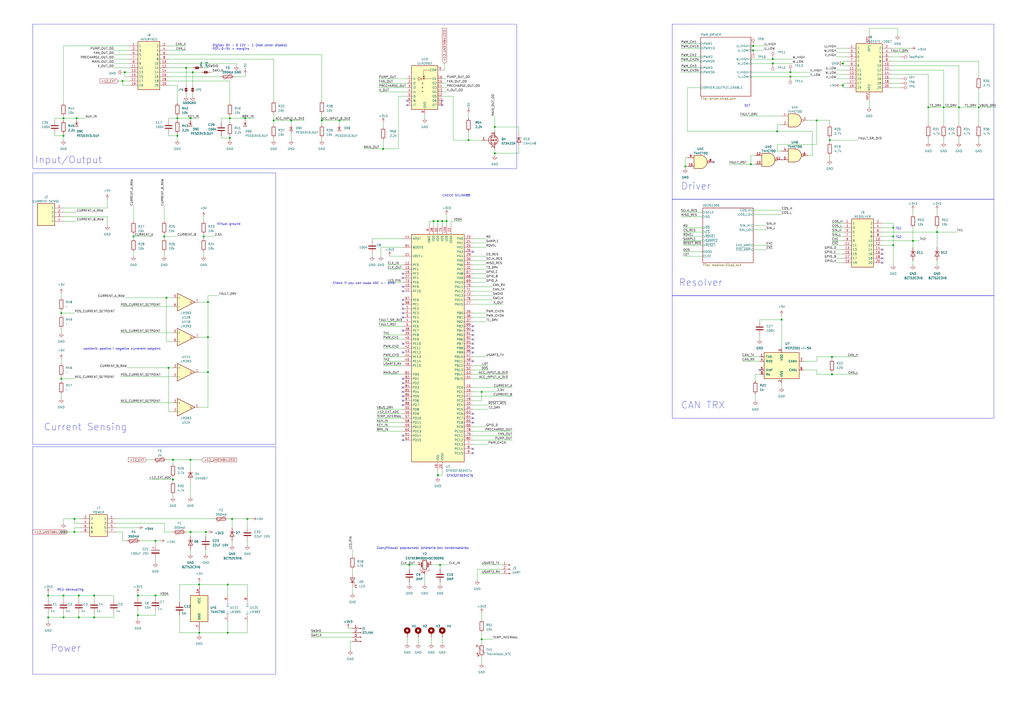
<source format=kicad_sch>
(kicad_sch (version 20231120) (generator "eeschema") (generator_version "8.0")
  (paper "A2")
  (title_block (title "STM32 Inverter") (date "2023-05-12") (rev "A") (company "WZS") (comment 1 "Michał Zychla") (comment 2 "Krzysztof Nowak"))
  (junction (at 196.85 69.85))
  (junction (at 168.91 69.85))
  (junction (at 102.87 78.74))
  (junction (at 115.57 339.09))
  (junction (at 120.65 175.26))
  (junction (at 45.72 358.14))
  (junction (at 119.38 308.61))
  (junction (at 54.61 345.44))
  (junction (at 453.39 185.42))
  (junction (at 35.56 181.61))
  (junction (at 436.88 26.67))
  (junction (at 100.33 278.13))
  (junction (at 448.31 34.29))
  (junction (at 90.17 345.44))
  (junction (at 538.48 62.23))
  (junction (at 110.49 266.7))
  (junction (at 279.4 370.84))
  (junction (at 102.87 68.58))
  (junction (at 36.83 345.44))
  (junction (at 43.18 308.61))
  (junction (at 237.49 327.66))
  (junction (at 256.54 128.27))
  (junction (at 45.72 345.44))
  (junction (at 518.16 132.08))
  (junction (at 222.25 86.36))
  (junction (at 107.95 39.37))
  (junction (at 547.37 62.23))
  (junction (at 556.26 62.23))
  (junction (at 80.01 345.44))
  (junction (at 71.12 46.99))
  (junction (at 36.83 78.74))
  (junction (at 482.6 207.01))
  (junction (at 142.24 68.58))
  (junction (at 96.52 172.72))
  (junction (at 132.08 339.09))
  (junction (at 448.31 36.83))
  (junction (at 54.61 358.14))
  (junction (at 111.76 41.91))
  (junction (at 287.02 88.9))
  (junction (at 458.47 44.45))
  (junction (at 458.47 41.91))
  (junction (at 254 275.59))
  (junction (at 80.01 356.87))
  (junction (at 450.85 76.2))
  (junction (at 481.33 81.28))
  (junction (at 143.51 300.99))
  (junction (at 488.95 36.83))
  (junction (at 27.94 358.14))
  (junction (at 115.57 367.03))
  (junction (at 133.35 80.01))
  (junction (at 158.75 69.85))
  (junction (at 543.56 134.62))
  (junction (at 90.17 313.69))
  (junction (at 488.95 49.53))
  (junction (at 134.62 300.99))
  (junction (at 133.35 68.58))
  (junction (at 255.27 327.66))
  (junction (at 118.11 137.16))
  (junction (at 35.56 219.71))
  (junction (at 36.83 68.58))
  (junction (at 44.45 68.58))
  (junction (at 120.65 195.58))
  (junction (at 435.61 95.25))
  (junction (at 279.4 227.33))
  (junction (at 482.6 217.17))
  (junction (at 132.08 367.03))
  (junction (at 518.16 142.24))
  (junction (at 518.16 137.16))
  (junction (at 100.33 266.7))
  (junction (at 120.65 215.9))
  (junction (at 436.88 29.21))
  (junction (at 251.46 128.27))
  (junction (at 36.83 358.14))
  (junction (at 529.59 139.7))
  (junction (at 186.69 69.85))
  (junction (at 95.25 137.16))
  (junction (at 271.78 81.28))
  (junction (at 254 128.27))
  (junction (at 97.79 213.36))
  (junction (at 110.49 68.58))
  (junction (at 43.18 300.99))
  (junction (at 397.51 96.52))
  (junction (at 287.02 73.66))
  (junction (at 473.71 69.85))
  (junction (at 110.49 308.61))
  (junction (at 567.69 62.23))
  (junction (at 27.94 345.44))
  (junction (at 72.39 41.91))
  (junction (at 77.47 137.16))
  (junction (at 259.08 128.27))
  (no_connect (at 274.32 199.39))
  (no_connect (at 233.68 181.61))
  (no_connect (at 233.68 227.33))
  (no_connect (at 233.68 184.15))
  (no_connect (at 233.68 179.07))
  (no_connect (at 233.68 204.47))
  (no_connect (at 236.22 60.96))
  (no_connect (at 511.81 152.4))
  (no_connect (at 274.32 204.47))
  (no_connect (at 511.81 149.86))
  (no_connect (at 274.32 245.11))
  (no_connect (at 414.02 93.98))
  (no_connect (at 274.32 194.31))
  (no_connect (at 233.68 166.37))
  (no_connect (at 274.32 260.35))
  (no_connect (at 233.68 229.87))
  (no_connect (at 233.68 252.73))
  (no_connect (at 233.68 176.53))
  (no_connect (at 233.68 224.79))
  (no_connect (at 274.32 242.57))
  (no_connect (at 233.68 199.39))
  (no_connect (at 233.68 168.91))
  (no_connect (at 274.32 191.77))
  (no_connect (at 274.32 201.93))
  (no_connect (at 274.32 196.85))
  (no_connect (at 233.68 234.95))
  (no_connect (at 274.32 209.55))
  (no_connect (at 233.68 219.71))
  (no_connect (at 274.32 146.05))
  (no_connect (at 274.32 240.03))
  (no_connect (at 274.32 189.23))
  (no_connect (at 233.68 222.25))
  (no_connect (at 233.68 161.29))
  (no_connect (at 233.68 173.99))
  (no_connect (at 440.69 214.63))
  (no_connect (at 256.54 58.42))
  (no_connect (at 274.32 262.89))
  (no_connect (at 233.68 191.77))
  (no_connect (at 511.81 144.78))
  (no_connect (at 511.81 147.32))
  (no_connect (at 236.22 58.42))
  (no_connect (at 233.68 158.75))
  (no_connect (at 233.68 255.27))
  (no_connect (at 233.68 232.41))
  (no_connect (at 256.54 60.96))
  (wire (pts (xy 116.84 39.37) (xy 120.65 39.37)))
  (wire (pts (xy 438.15 228.6) (xy 438.15 232.41)))
  (wire (pts (xy 485.14 45.72) (xy 491.49 45.72)))
  (wire (pts (xy 259.08 130.81) (xy 259.08 128.27)))
  (wire (pts (xy 287.02 88.9) (xy 287.02 86.36)))
  (wire (pts (xy 394.97 125.73) (xy 407.67 125.73)))
  (wire (pts (xy 471.17 90.17) (xy 468.63 90.17)))
  (wire (pts (xy 115.57 215.9) (xy 120.65 215.9)))
  (wire (pts (xy 95.25 119.38) (xy 95.25 128.27)))
  (wire (pts (xy 66.04 31.75) (xy 74.93 31.75)))
  (wire (pts (xy 107.95 26.67) (xy 97.79 26.67)))
  (wire (pts (xy 482.6 139.7) (xy 488.95 139.7)))
  (wire (pts (xy 111.76 55.88) (xy 111.76 54.61)))
  (wire (pts (xy 300.99 85.09) (xy 300.99 88.9)))
  (wire (pts (xy 254 128.27) (xy 254 130.81)))
  (wire (pts (xy 71.12 41.91) (xy 72.39 41.91)))
  (wire (pts (xy 86.36 278.13) (xy 100.33 278.13)))
  (wire (pts (xy 118.11 135.89) (xy 118.11 137.16)))
  (wire (pts (xy 132.08 339.09) (xy 143.51 339.09)))
  (wire (pts (xy 485.14 40.64) (xy 491.49 40.64)))
  (wire (pts (xy 77.47 119.38) (xy 77.47 128.27)))
  (wire (pts (xy 218.44 242.57) (xy 233.68 242.57)))
  (wire (pts (xy 218.44 250.19) (xy 233.68 250.19)))
  (wire (pts (xy 186.69 69.85) (xy 196.85 69.85)))
  (wire (pts (xy 435.61 34.29) (xy 448.31 34.29)))
  (wire (pts (xy 438.15 220.98) (xy 438.15 217.17)))
  (wire (pts (xy 158.75 66.04) (xy 158.75 69.85)))
  (wire (pts (xy 294.64 217.17) (xy 274.32 217.17)))
  (wire (pts (xy 485.14 147.32) (xy 488.95 147.32)))
  (wire (pts (xy 35.56 170.18) (xy 35.56 172.72)))
  (wire (pts (xy 66.04 34.29) (xy 74.93 34.29)))
  (wire (pts (xy 204.47 330.2) (xy 204.47 332.74)))
  (wire (pts (xy 36.83 355.6) (xy 36.83 358.14)))
  (wire (pts (xy 394.97 33.02) (xy 406.4 33.02)))
  (wire (pts (xy 256.54 128.27) (xy 256.54 130.81)))
  (wire (pts (xy 482.6 137.16) (xy 488.95 137.16)))
  (wire (pts (xy 45.72 345.44) (xy 54.61 345.44)))
  (wire (pts (xy 95.25 135.89) (xy 95.25 137.16)))
  (wire (pts (xy 397.51 97.79) (xy 397.51 96.52)))
  (wire (pts (xy 255.27 327.66) (xy 260.35 327.66)))
  (wire (pts (xy 119.38 311.15) (xy 119.38 308.61)))
  (wire (pts (xy 281.94 158.75) (xy 274.32 158.75)))
  (wire (pts (xy 196.85 72.39) (xy 196.85 69.85)))
  (wire (pts (xy 567.69 62.23) (xy 577.85 62.23)))
  (wire (pts (xy 35.56 218.44) (xy 35.56 219.71)))
  (wire (pts (xy 450.85 87.63) (xy 450.85 83.82)))
  (wire (pts (xy 394.97 41.91) (xy 406.4 41.91)))
  (wire (pts (xy 142.24 68.58) (xy 147.32 68.58)))
  (wire (pts (xy 226.06 148.59) (xy 233.68 148.59)))
  (wire (pts (xy 204.47 344.17) (xy 204.47 340.36)))
  (wire (pts (xy 259.08 45.72) (xy 256.54 45.72)))
  (wire (pts (xy 90.17 356.87) (xy 90.17 354.33)))
  (wire (pts (xy 453.39 222.25) (xy 453.39 224.79)))
  (wire (pts (xy 44.45 68.58) (xy 36.83 68.58)))
  (wire (pts (xy 219.71 189.23) (xy 233.68 189.23)))
  (wire (pts (xy 36.83 26.67) (xy 36.83 59.69)))
  (wire (pts (xy 36.83 78.74) (xy 36.83 77.47)))
  (wire (pts (xy 482.6 217.17) (xy 473.71 217.17)))
  (wire (pts (xy 219.71 50.8) (xy 236.22 50.8)))
  (wire (pts (xy 274.32 166.37) (xy 285.75 166.37)))
  (wire (pts (xy 186.69 69.85) (xy 186.69 72.39)))
  (wire (pts (xy 133.35 80.01) (xy 133.35 78.74)))
  (wire (pts (xy 281.94 138.43) (xy 274.32 138.43)))
  (wire (pts (xy 528.32 27.94) (xy 516.89 27.94)))
  (wire (pts (xy 36.83 81.28) (xy 36.83 78.74)))
  (wire (pts (xy 453.39 182.88) (xy 453.39 185.42)))
  (wire (pts (xy 36.83 300.99) (xy 43.18 300.99)))
  (wire (pts (xy 107.95 29.21) (xy 97.79 29.21)))
  (wire (pts (xy 254 275.59) (xy 254 273.05)))
  (wire (pts (xy 222.25 207.01) (xy 233.68 207.01)))
  (wire (pts (xy 36.83 300.99) (xy 36.83 303.53)))
  (wire (pts (xy 485.14 27.94) (xy 491.49 27.94)))
  (wire (pts (xy 204.47 318.77) (xy 204.47 322.58)))
  (wire (pts (xy 488.95 36.83) (xy 488.95 38.1)))
  (wire (pts (xy 450.85 76.2) (xy 398.78 76.2)))
  (wire (pts (xy 102.87 49.53) (xy 102.87 59.69)))
  (wire (pts (xy 31.75 68.58) (xy 31.75 69.85)))
  (wire (pts (xy 110.49 288.29) (xy 110.49 279.4)))
  (wire (pts (xy 115.57 368.3) (xy 115.57 367.03)))
  (wire (pts (xy 158.75 34.29) (xy 97.79 34.29)))
  (wire (pts (xy 38.1 308.61) (xy 43.18 308.61)))
  (wire (pts (xy 511.81 134.62) (xy 543.56 134.62)))
  (wire (pts (xy 261.62 128.27) (xy 261.62 130.81)))
  (wire (pts (xy 107.95 39.37) (xy 111.76 39.37)))
  (wire (pts (xy 482.6 142.24) (xy 488.95 142.24)))
  (wire (pts (xy 232.41 327.66) (xy 237.49 327.66)))
  (wire (pts (xy 102.87 49.53) (xy 97.79 49.53)))
  (wire (pts (xy 482.6 207.01) (xy 482.6 208.28)))
  (wire (pts (xy 176.53 69.85) (xy 168.91 69.85)))
  (wire (pts (xy 66.04 358.14) (xy 66.04 355.6)))
  (wire (pts (xy 233.68 143.51) (xy 220.98 143.51)))
  (wire (pts (xy 180.34 367.03) (xy 204.47 367.03)))
  (wire (pts (xy 466.09 209.55) (xy 473.71 209.55)))
  (wire (pts (xy 567.69 52.07) (xy 567.69 62.23)))
  (wire (pts (xy 504.19 16.51) (xy 504.19 20.32)))
  (wire (pts (xy 396.24 134.62) (xy 407.67 134.62)))
  (wire (pts (xy 538.48 80.01) (xy 538.48 82.55)))
  (wire (pts (xy 254 128.27) (xy 251.46 128.27)))
  (wire (pts (xy 97.79 39.37) (xy 107.95 39.37)))
  (wire (pts (xy 36.83 68.58) (xy 36.83 69.85)))
  (wire (pts (xy 481.33 81.28) (xy 481.33 82.55)))
  (wire (pts (xy 180.34 369.57) (xy 204.47 369.57)))
  (wire (pts (xy 297.18 250.19) (xy 274.32 250.19)))
  (wire (pts (xy 448.31 34.29) (xy 459.74 34.29)))
  (wire (pts (xy 554.99 62.23) (xy 547.37 62.23)))
  (wire (pts (xy 438.15 217.17) (xy 440.69 217.17)))
  (wire (pts (xy 222.25 217.17) (xy 233.68 217.17)))
  (wire (pts (xy 262.89 81.28) (xy 262.89 55.88)))
  (wire (pts (xy 279.4 227.33) (xy 288.29 227.33)))
  (wire (pts (xy 473.71 69.85) (xy 481.33 69.85)))
  (wire (pts (xy 110.49 308.61) (xy 107.95 308.61)))
  (wire (pts (xy 274.32 237.49) (xy 283.21 237.49)))
  (wire (pts (xy 485.14 43.18) (xy 491.49 43.18)))
  (wire (pts (xy 72.39 172.72) (xy 96.52 172.72)))
  (wire (pts (xy 215.9 139.7) (xy 215.9 138.43)))
  (wire (pts (xy 267.97 128.27) (xy 261.62 128.27)))
  (wire (pts (xy 397.51 91.44) (xy 397.51 96.52)))
  (wire (pts (xy 72.39 44.45) (xy 72.39 41.91)))
  (wire (pts (xy 100.33 288.29) (xy 100.33 287.02)))
  (wire (pts (xy 100.33 218.44) (xy 69.85 218.44)))
  (wire (pts (xy 521.97 50.8) (xy 516.89 50.8)))
  (wire (pts (xy 485.14 149.86) (xy 488.95 149.86)))
  (wire (pts (xy 143.51 316.23) (xy 143.51 313.69)))
  (wire (pts (xy 115.57 339.09) (xy 115.57 340.36)))
  (wire (pts (xy 281.94 184.15) (xy 274.32 184.15)))
  (wire (pts (xy 43.18 300.99) (xy 46.99 300.99)))
  (wire (pts (xy 396.24 137.16) (xy 407.67 137.16)))
  (wire (pts (xy 435.61 36.83) (xy 448.31 36.83)))
  (wire (pts (xy 102.87 137.16) (xy 95.25 137.16)))
  (wire (pts (xy 276.86 336.55) (xy 276.86 330.2)))
  (wire (pts (xy 67.31 308.61) (xy 71.12 308.61)))
  (wire (pts (xy 62.23 115.57) (xy 62.23 120.65)))
  (wire (pts (xy 54.61 358.14) (xy 54.61 355.6)))
  (wire (pts (xy 27.94 345.44) (xy 27.94 347.98)))
  (wire (pts (xy 254 276.86) (xy 254 275.59)))
  (wire (pts (xy 102.87 81.28) (xy 102.87 78.74)))
  (wire (pts (xy 95.25 308.61) (xy 95.25 303.53)))
  (wire (pts (xy 219.71 45.72) (xy 236.22 45.72)))
  (wire (pts (xy 95.25 148.59) (xy 95.25 146.05)))
  (wire (pts (xy 543.56 121.92) (xy 543.56 124.46)))
  (wire (pts (xy 521.97 45.72) (xy 516.89 45.72)))
  (wire (pts (xy 430.53 209.55) (xy 440.69 209.55)))
  (wire (pts (xy 66.04 345.44) (xy 54.61 345.44)))
  (wire (pts (xy 80.01 346.71) (xy 80.01 345.44)))
  (wire (pts (xy 69.85 177.8) (xy 100.33 177.8)))
  (wire (pts (xy 242.57 373.38) (xy 242.57 369.57)))
  (wire (pts (xy 279.4 355.6) (xy 279.4 359.41)))
  (wire (pts (xy 77.47 148.59) (xy 77.47 146.05)))
  (wire (pts (xy 85.09 266.7) (xy 88.9 266.7)))
  (wire (pts (xy 287.02 67.31) (xy 287.02 73.66)))
  (wire (pts (xy 520.7 16.51) (xy 504.19 16.51)))
  (wire (pts (xy 543.56 134.62) (xy 543.56 143.51)))
  (wire (pts (xy 100.33 266.7) (xy 110.49 266.7)))
  (wire (pts (xy 450.85 72.39) (xy 450.85 76.2)))
  (wire (pts (xy 62.23 125.73) (xy 36.83 125.73)))
  (wire (pts (xy 488.95 36.83) (xy 488.95 35.56)))
  (wire (pts (xy 430.53 207.01) (xy 440.69 207.01)))
  (wire (pts (xy 281.94 207.01) (xy 274.32 207.01)))
  (wire (pts (xy 100.33 213.36) (xy 97.79 213.36)))
  (wire (pts (xy 31.75 68.58) (xy 36.83 68.58)))
  (wire (pts (xy 222.25 196.85) (xy 233.68 196.85)))
  (wire (pts (xy 488.95 35.56) (xy 491.49 35.56)))
  (wire (pts (xy 482.6 215.9) (xy 482.6 217.17)))
  (wire (pts (xy 97.79 68.58) (xy 102.87 68.58)))
  (wire (pts (xy 283.21 234.95) (xy 274.32 234.95)))
  (wire (pts (xy 300.99 73.66) (xy 300.99 77.47)))
  (wire (pts (xy 398.78 50.8) (xy 406.4 50.8)))
  (wire (pts (xy 186.69 81.28) (xy 186.69 80.01)))
  (wire (pts (xy 80.01 356.87) (xy 90.17 356.87)))
  (wire (pts (xy 556.26 38.1) (xy 556.26 62.23)))
  (wire (pts (xy 215.9 138.43) (xy 233.68 138.43)))
  (wire (pts (xy 218.44 240.03) (xy 233.68 240.03)))
  (wire (pts (xy 36.83 358.14) (xy 45.72 358.14)))
  (wire (pts (xy 281.94 161.29) (xy 274.32 161.29)))
  (wire (pts (xy 237.49 339.09) (xy 237.49 337.82)))
  (wire (pts (xy 120.65 175.26) (xy 120.65 195.58)))
  (wire (pts (xy 436.88 121.92) (xy 453.39 121.92)))
  (wire (pts (xy 274.32 173.99) (xy 285.75 173.99)))
  (wire (pts (xy 71.12 49.53) (xy 74.93 49.53)))
  (wire (pts (xy 102.87 68.58) (xy 102.87 69.85)))
  (wire (pts (xy 274.32 186.69) (xy 281.94 186.69)))
  (wire (pts (xy 274.32 168.91) (xy 285.75 168.91)))
  (wire (pts (xy 119.38 318.77) (xy 119.38 321.31)))
  (wire (pts (xy 529.59 121.92) (xy 529.59 124.46)))
  (wire (pts (xy 118.11 148.59) (xy 118.11 146.05)))
  (wire (pts (xy 556.26 80.01) (xy 556.26 82.55)))
  (wire (pts (xy 436.88 130.81) (xy 444.5 130.81)))
  (wire (pts (xy 471.17 76.2) (xy 471.17 90.17)))
  (wire (pts (xy 71.12 313.69) (xy 71.12 308.61)))
  (wire (pts (xy 435.61 41.91) (xy 458.47 41.91)))
  (wire (pts (xy 394.97 123.19) (xy 407.67 123.19)))
  (wire (pts (xy 44.45 69.85) (xy 44.45 68.58)))
  (wire (pts (xy 71.12 46.99) (xy 71.12 49.53)))
  (wire (pts (xy 281.94 143.51) (xy 274.32 143.51)))
  (wire (pts (xy 450.85 83.82) (xy 473.71 83.82)))
  (wire (pts (xy 62.23 125.73) (xy 62.23 130.81)))
  (wire (pts (xy 283.21 212.09) (xy 274.32 212.09)))
  (wire (pts (xy 96.52 266.7) (xy 100.33 266.7)))
  (wire (pts (xy 110.49 68.58) (xy 102.87 68.58)))
  (wire (pts (xy 276.86 330.2) (xy 290.83 330.2)))
  (wire (pts (xy 77.47 137.16) (xy 77.47 138.43)))
  (wire (pts (xy 203.2 372.11) (xy 204.47 372.11)))
  (wire (pts (xy 487.68 49.53) (xy 488.95 49.53)))
  (wire (pts (xy 100.33 278.13) (xy 100.33 279.4)))
  (wire (pts (xy 300.99 88.9) (xy 287.02 88.9)))
  (wire (pts (xy 488.95 48.26) (xy 491.49 48.26)))
  (wire (pts (xy 31.75 78.74) (xy 36.83 78.74)))
  (wire (pts (xy 110.49 311.15) (xy 110.49 308.61)))
  (wire (pts (xy 133.35 68.58) (xy 133.35 71.12)))
  (wire (pts (xy 102.87 67.31) (xy 102.87 68.58)))
  (wire (pts (xy 257.81 36.83) (xy 257.81 40.64)))
  (wire (pts (xy 43.18 303.53) (xy 43.18 300.99)))
  (wire (pts (xy 142.24 69.85) (xy 142.24 68.58)))
  (wire (pts (xy 396.24 148.59) (xy 407.67 148.59)))
  (wire (pts (xy 450.85 76.2) (xy 471.17 76.2)))
  (wire (pts (xy 398.78 76.2) (xy 398.78 50.8)))
  (wire (pts (xy 435.61 29.21) (xy 436.88 29.21)))
  (wire (pts (xy 222.25 71.12) (xy 222.25 73.66)))
  (wire (pts (xy 453.39 185.42) (xy 440.69 185.42)))
  (wire (pts (xy 36.83 128.27) (xy 44.45 128.27)))
  (wire (pts (xy 128.27 78.74) (xy 128.27 80.01)))
  (wire (pts (xy 100.33 276.86) (xy 100.33 278.13)))
  (wire (pts (xy 27.94 358.14) (xy 36.83 358.14)))
  (wire (pts (xy 283.21 257.81) (xy 274.32 257.81)))
  (wire (pts (xy 31.75 77.47) (xy 31.75 78.74)))
  (wire (pts (xy 120.65 195.58) (xy 120.65 215.9)))
  (wire (pts (xy 35.56 181.61) (xy 35.56 182.88)))
  (wire (pts (xy 271.78 76.2) (xy 271.78 81.28)))
  (wire (pts (xy 246.38 66.04) (xy 246.38 68.58)))
  (wire (pts (xy 246.38 332.74) (xy 246.38 339.09)))
  (wire (pts (xy 518.16 142.24) (xy 511.81 142.24)))
  (wire (pts (xy 458.47 44.45) (xy 469.9 44.45)))
  (wire (pts (xy 485.14 144.78) (xy 488.95 144.78)))
  (wire (pts (xy 201.93 364.49) (xy 204.47 364.49)))
  (wire (pts (xy 95.25 303.53) (xy 67.31 303.53)))
  (wire (pts (xy 547.37 62.23) (xy 547.37 72.39)))
  (wire (pts (xy 158.75 81.28) (xy 158.75 80.01)))
  (wire (pts (xy 485.14 30.48) (xy 491.49 30.48)))
  (wire (pts (xy 134.62 300.99) (xy 143.51 300.99)))
  (wire (pts (xy 100.33 269.24) (xy 100.33 266.7)))
  (wire (pts (xy 69.85 193.04) (xy 100.33 193.04)))
  (wire (pts (xy 97.79 68.58) (xy 97.79 69.85)))
  (wire (pts (xy 279.4 81.28) (xy 271.78 81.28)))
  (wire (pts (xy 511.81 129.54) (xy 518.16 129.54)))
  (wire (pts (xy 473.71 69.85) (xy 473.71 83.82)))
  (wire (pts (xy 556.26 62.23) (xy 556.26 72.39)))
  (wire (pts (xy 436.88 26.67) (xy 443.23 26.67)))
  (wire (pts (xy 516.89 40.64) (xy 547.37 40.64)))
  (wire (pts (xy 118.11 137.16) (xy 124.46 137.16)))
  (wire (pts (xy 219.71 53.34) (xy 236.22 53.34)))
  (wire (pts (xy 516.89 43.18) (xy 538.48 43.18)))
  (wire (pts (xy 97.79 78.74) (xy 102.87 78.74)))
  (wire (pts (xy 27.94 355.6) (xy 27.94 358.14)))
  (wire (pts (xy 566.42 62.23) (xy 556.26 62.23)))
  (wire (pts (xy 196.85 69.85) (xy 203.2 69.85)))
  (wire (pts (xy 521.97 33.02) (xy 516.89 33.02)))
  (wire (pts (xy 259.08 128.27) (xy 256.54 128.27)))
  (wire (pts (xy 36.83 67.31) (xy 36.83 68.58)))
  (wire (pts (xy 292.1 176.53) (xy 274.32 176.53)))
  (wire (pts (xy 440.69 185.42) (xy 440.69 186.69)))
  (wire (pts (xy 45.72 358.14) (xy 54.61 358.14)))
  (wire (pts (xy 73.66 313.69) (xy 71.12 313.69)))
  (wire (pts (xy 283.21 214.63) (xy 274.32 214.63)))
  (wire (pts (xy 281.94 153.67) (xy 274.32 153.67)))
  (wire (pts (xy 281.94 181.61) (xy 274.32 181.61)))
  (wire (pts (xy 438.15 90.17) (xy 435.61 90.17)))
  (wire (pts (xy 27.94 344.17) (xy 27.94 345.44)))
  (wire (pts (xy 132.08 300.99) (xy 134.62 300.99)))
  (wire (pts (xy 279.4 384.81) (xy 279.4 381)))
  (wire (pts (xy 102.87 78.74) (xy 102.87 77.47)))
  (wire (pts (xy 104.14 339.09) (xy 115.57 339.09)))
  (wire (pts (xy 110.49 271.78) (xy 110.49 266.7)))
  (wire (pts (xy 36.83 345.44) (xy 45.72 345.44)))
  (wire (pts (xy 137.16 36.83) (xy 97.79 36.83)))
  (wire (pts (xy 485.14 33.02) (xy 491.49 33.02)))
  (wire (pts (xy 46.99 303.53) (xy 43.18 303.53)))
  (wire (pts (xy 436.88 142.24) (xy 444.5 142.24)))
  (wire (pts (xy 481.33 81.28) (xy 481.33 80.01)))
  (wire (pts (xy 518.16 129.54) (xy 518.16 132.08)))
  (wire (pts (xy 119.38 308.61) (xy 110.49 308.61)))
  (wire (pts (xy 219.71 48.26) (xy 236.22 48.26)))
  (wire (pts (xy 71.12 46.99) (xy 74.93 46.99)))
  (wire (pts (xy 77.47 137.16) (xy 88.9 137.16)))
  (wire (pts (xy 210.82 86.36) (xy 222.25 86.36)))
  (wire (pts (xy 488.95 38.1) (xy 491.49 38.1)))
  (wire (pts (xy 27.94 360.68) (xy 27.94 358.14)))
  (wire (pts (xy 529.59 153.67) (xy 529.59 151.13)))
  (wire (pts (xy 259.08 53.34) (xy 256.54 53.34)))
  (wire (pts (xy 68.58 46.99) (xy 71.12 46.99)))
  (wire (pts (xy 274.32 156.21) (xy 281.94 156.21)))
  (wire (pts (xy 448.31 36.83) (xy 459.74 36.83)))
  (wire (pts (xy 186.69 66.04) (xy 186.69 69.85)))
  (wire (pts (xy 80.01 345.44) (xy 90.17 345.44)))
  (wire (pts (xy 236.22 373.38) (xy 236.22 369.57)))
  (wire (pts (xy 215.9 148.59) (xy 215.9 147.32)))
  (wire (pts (xy 36.83 345.44) (xy 36.83 347.98)))
  (wire (pts (xy 118.11 125.73) (xy 118.11 128.27)))
  (wire (pts (xy 547.37 80.01) (xy 547.37 82.55)))
  (wire (pts (xy 168.91 69.85) (xy 158.75 69.85)))
  (wire (pts (xy 97.79 213.36) (xy 97.79 238.76)))
  (wire (pts (xy 132.08 339.09) (xy 115.57 339.09)))
  (wire (pts (xy 203.2 377.19) (xy 203.2 372.11)))
  (wire (pts (xy 287.02 73.66) (xy 300.99 73.66)))
  (wire (pts (xy 107.95 39.37) (xy 107.95 49.53)))
  (wire (pts (xy 115.57 367.03) (xy 104.14 367.03)))
  (wire (pts (xy 73.66 213.36) (xy 97.79 213.36)))
  (wire (pts (xy 128.27 80.01) (xy 133.35 80.01)))
  (wire (pts (xy 250.19 373.38) (xy 250.19 369.57)))
  (wire (pts (xy 27.94 345.44) (xy 36.83 345.44)))
  (wire (pts (xy 271.78 66.04) (xy 271.78 68.58)))
  (wire (pts (xy 224.79 156.21) (xy 233.68 156.21)))
  (wire (pts (xy 274.32 229.87) (xy 297.18 229.87)))
  (wire (pts (xy 543.56 153.67) (xy 543.56 151.13)))
  (wire (pts (xy 90.17 313.69) (xy 92.71 313.69)))
  (wire (pts (xy 468.63 69.85) (xy 473.71 69.85)))
  (wire (pts (xy 274.32 171.45) (xy 285.75 171.45)))
  (wire (pts (xy 256.54 373.38) (xy 256.54 369.57)))
  (wire (pts (xy 481.33 90.17) (xy 481.33 92.71)))
  (wire (pts (xy 35.56 181.61) (xy 43.18 181.61)))
  (wire (pts (xy 115.57 175.26) (xy 120.65 175.26)))
  (wire (pts (xy 96.52 172.72) (xy 96.52 198.12)))
  (wire (pts (xy 220.98 143.51) (xy 220.98 148.59)))
  (wire (pts (xy 90.17 316.23) (xy 90.17 313.69)))
  (wire (pts (xy 97.79 238.76) (xy 100.33 238.76)))
  (wire (pts (xy 111.76 41.91) (xy 111.76 49.53)))
  (wire (pts (xy 158.75 34.29) (xy 158.75 58.42)))
  (wire (pts (xy 80.01 354.33) (xy 80.01 356.87)))
  (wire (pts (xy 134.62 306.07) (xy 134.62 300.99)))
  (wire (pts (xy 473.71 217.17) (xy 473.71 214.63)))
  (wire (pts (xy 35.56 190.5) (xy 35.56 193.04)))
  (wire (pts (xy 35.56 219.71) (xy 35.56 220.98)))
  (wire (pts (xy 133.35 67.31) (xy 133.35 68.58)))
  (wire (pts (xy 436.88 133.35) (xy 444.5 133.35)))
  (wire (pts (xy 44.45 123.19) (xy 36.83 123.19)))
  (wire (pts (xy 518.16 137.16) (xy 518.16 142.24)))
  (wire (pts (xy 521.97 48.26) (xy 516.89 48.26)))
  (wire (pts (xy 481.33 69.85) (xy 481.33 72.39)))
  (wire (pts (xy 429.26 67.31) (xy 453.39 67.31)))
  (wire (pts (xy 394.97 39.37) (xy 406.4 39.37)))
  (wire (pts (xy 251.46 128.27) (xy 251.46 130.81)))
  (wire (pts (xy 96.52 198.12) (xy 100.33 198.12)))
  (wire (pts (xy 143.51 360.68) (xy 143.51 367.03)))
  (wire (pts (xy 90.17 345.44) (xy 90.17 346.71)))
  (wire (pts (xy 72.39 44.45) (xy 74.93 44.45)))
  (wire (pts (xy 435.61 95.25) (xy 438.15 95.25)))
  (wire (pts (xy 168.91 81.28) (xy 168.91 77.47)))
  (wire (pts (xy 281.94 163.83) (xy 274.32 163.83)))
  (wire (pts (xy 35.56 219.71) (xy 43.18 219.71)))
  (wire (pts (xy 120.65 215.9) (xy 120.65 236.22)))
  (wire (pts (xy 168.91 72.39) (xy 168.91 69.85)))
  (wire (pts (xy 279.4 367.03) (xy 279.4 370.84)))
  (wire (pts (xy 396.24 132.08) (xy 407.67 132.08)))
  (wire (pts (xy 394.97 35.56) (xy 406.4 35.56)))
  (wire (pts (xy 481.33 81.28) (xy 497.84 81.28)))
  (wire (pts (xy 567.69 35.56) (xy 567.69 44.45)))
  (wire (pts (xy 396.24 146.05) (xy 407.67 146.05)))
  (wire (pts (xy 133.35 68.58) (xy 142.24 68.58)))
  (wire (pts (xy 255.27 339.09) (xy 255.27 337.82)))
  (wire (pts (xy 143.51 300.99) (xy 146.05 300.99)))
  (wire (pts (xy 297.18 255.27) (xy 274.32 255.27)))
  (wire (pts (xy 518.16 132.08) (xy 511.81 132.08)))
  (wire (pts (xy 115.57 195.58) (xy 120.65 195.58)))
  (wire (pts (xy 394.97 25.4) (xy 406.4 25.4)))
  (wire (pts (xy 453.39 201.93) (xy 453.39 185.42)))
  (wire (pts (xy 90.17 323.85) (xy 90.17 326.39)))
  (wire (pts (xy 285.75 370.84) (xy 279.4 370.84)))
  (wire (pts (xy 254 275.59) (xy 256.54 275.59)))
  (wire (pts (xy 43.18 306.07) (xy 43.18 308.61)))
  (wire (pts (xy 256.54 128.27) (xy 254 128.27)))
  (wire (pts (xy 237.49 327.66) (xy 242.57 327.66)))
  (wire (pts (xy 259.08 48.26) (xy 256.54 48.26)))
  (wire (pts (xy 97.79 77.47) (xy 97.79 78.74)))
  (wire (pts (xy 518.16 153.67) (xy 518.16 142.24)))
  (wire (pts (xy 422.91 95.25) (xy 435.61 95.25)))
  (wire (pts (xy 567.69 35.56) (xy 516.89 35.56)))
  (wire (pts (xy 135.89 44.45) (xy 142.24 44.45)))
  (wire (pts (xy 120.65 175.26) (xy 120.65 171.45)))
  (wire (pts (xy 458.47 41.91) (xy 469.9 41.91)))
  (wire (pts (xy 115.57 367.03) (xy 115.57 365.76)))
  (wire (pts (xy 100.33 308.61) (xy 95.25 308.61)))
  (wire (pts (xy 69.85 233.68) (xy 100.33 233.68)))
  (wire (pts (xy 529.59 139.7) (xy 511.81 139.7)))
  (wire (pts (xy 538.48 43.18) (xy 538.48 62.23)))
  (wire (pts (xy 488.95 50.8) (xy 488.95 49.53)))
  (wire (pts (xy 546.1 62.23) (xy 538.48 62.23)))
  (wire (pts (xy 281.94 140.97) (xy 274.32 140.97)))
  (wire (pts (xy 115.57 337.82) (xy 115.57 339.09)))
  (wire (pts (xy 436.88 124.46) (xy 453.39 124.46)))
  (wire (pts (xy 274.32 227.33) (xy 279.4 227.33)))
  (wire (pts (xy 110.49 69.85) (xy 110.49 68.58)))
  (wire (pts (xy 538.48 62.23) (xy 538.48 72.39)))
  (wire (pts (xy 142.24 43.18) (xy 142.24 44.45)))
  (wire (pts (xy 436.88 29.21) (xy 443.23 29.21)))
  (wire (pts (xy 80.01 344.17) (xy 80.01 345.44)))
  (wire (pts (xy 35.56 180.34) (xy 35.56 181.61)))
  (wire (pts (xy 236.22 55.88) (xy 231.14 55.88)))
  (wire (pts (xy 222.25 81.28) (xy 222.25 86.36)))
  (wire (pts (xy 397.51 96.52) (xy 398.78 96.52)))
  (wire (pts (xy 248.92 130.81) (xy 248.92 128.27)))
  (wire (pts (xy 72.39 41.91) (xy 74.93 41.91)))
  (wire (pts (xy 218.44 247.65) (xy 233.68 247.65)))
  (wire (pts (xy 543.56 132.08) (xy 543.56 134.62)))
  (wire (pts (xy 133.35 81.28) (xy 133.35 80.01)))
  (wire (pts (xy 396.24 139.7) (xy 407.67 139.7)))
  (wire (pts (xy 115.57 68.58) (xy 110.49 68.58)))
  (wire (pts (xy 567.69 80.01) (xy 567.69 82.55)))
  (wire (pts (xy 66.04 36.83) (xy 74.93 36.83)))
  (wire (pts (xy 54.61 345.44) (xy 54.61 347.98)))
  (wire (pts (xy 396.24 142.24) (xy 407.67 142.24)))
  (wire (pts (xy 115.57 367.03) (xy 132.08 367.03)))
  (wire (pts (xy 137.16 38.1) (xy 137.16 36.83)))
  (wire (pts (xy 110.49 321.31) (xy 110.49 318.77)))
  (wire (pts (xy 132.08 367.03) (xy 143.51 367.03)))
  (wire (pts (xy 271.78 81.28) (xy 262.89 81.28)))
  (wire (pts (xy 46.99 306.07) (xy 43.18 306.07)))
  (wire (pts (xy 440.69 194.31) (xy 440.69 196.85)))
  (wire (pts (xy 62.23 120.65) (xy 36.83 120.65)))
  (wire (pts (xy 66.04 347.98) (xy 66.04 345.44)))
  (wire (pts (xy 74.93 26.67) (xy 36.83 26.67)))
  (wire (pts (xy 482.6 129.54) (xy 488.95 129.54)))
  (wire (pts (xy 527.05 30.48) (xy 516.89 30.48)))
  (wire (pts (xy 121.92 41.91) (xy 123.19 41.91)))
  (wire (pts (xy 222.25 201.93) (xy 233.68 201.93)))
  (wire (pts (xy 222.25 212.09) (xy 233.68 212.09)))
  (wire (pts (xy 453.39 72.39) (xy 450.85 72.39)))
  (wire (pts (xy 100.33 172.72) (xy 96.52 172.72)))
  (wire (pts (xy 529.59 132.08) (xy 529.59 139.7)))
  (wire (pts (xy 134.62 316.23) (xy 134.62 313.69)))
  (wire (pts (xy 259.08 124.46) (xy 259.08 128.27)))
  (wire (pts (xy 473.71 209.55) (xy 473.71 207.01)))
  (wire (pts (xy 488.95 49.53) (xy 488.95 48.26)))
  (wire (pts (xy 473.71 214.63) (xy 466.09 214.63)))
  (wire (pts (xy 482.6 217.17) (xy 497.84 217.17)))
  (wire (pts (xy 111.76 41.91) (xy 116.84 41.91)))
  (wire (pts (xy 287.02 90.17) (xy 287.02 88.9)))
  (wire (pts (xy 516.89 38.1) (xy 556.26 38.1)))
  (wire (pts (xy 250.19 327.66) (xy 255.27 327.66)))
  (wire (pts (xy 222.25 86.36) (xy 231.14 86.36)))
  (wire (pts (xy 107.95 55.88) (xy 107.95 54.61)))
  (wire (pts (xy 231.14 55.88) (xy 231.14 86.36)))
  (wire (pts (xy 222.25 209.55) (xy 233.68 209.55)))
  (wire (pts (xy 398.78 91.44) (xy 397.51 91.44)))
  (wire (pts (xy 529.59 143.51) (xy 529.59 139.7)))
  (wire (pts (xy 77.47 135.89) (xy 77.47 137.16)))
  (wire (pts (xy 66.04 29.21) (xy 74.93 29.21)))
  (wire (pts (xy 104.14 349.25) (xy 104.14 339.09)))
  (wire (pts (xy 237.49 330.2) (xy 237.49 327.66)))
  (wire (pts (xy 116.84 266.7) (xy 110.49 266.7)))
  (wire (pts (xy 222.25 194.31) (xy 233.68 194.31)))
  (wire (pts (xy 294.64 219.71) (xy 274.32 219.71)))
  (wire (pts (xy 255.27 330.2) (xy 255.27 327.66)))
  (wire (pts (xy 118.11 137.16) (xy 118.11 138.43)))
  (wire (pts (xy 279.4 370.84) (xy 279.4 373.38)))
  (wire (pts (xy 279.4 332.74) (xy 290.83 332.74)))
  (wire (pts (xy 547.37 40.64) (xy 547.37 62.23)))
  (wire (pts (xy 224.79 153.67) (xy 233.68 153.67)))
  (wire (pts (xy 567.69 62.23) (xy 567.69 72.39)))
  (wire (pts (xy 128.27 71.12) (xy 128.27 68.58)))
  (wire (pts (xy 43.18 308.61) (xy 46.99 308.61)))
  (wire (pts (xy 435.61 26.67) (xy 436.88 26.67)))
  (wire (pts (xy 256.54 55.88) (xy 262.89 55.88)))
  (wire (pts (xy 518.16 132.08) (xy 518.16 137.16)))
  (wire (pts (xy 482.6 207.01) (xy 497.84 207.01)))
  (wire (pts (xy 218.44 237.49) (xy 233.68 237.49)))
  (wire (pts (xy 133.35 46.99) (xy 133.35 59.69)))
  (wire (pts (xy 485.14 152.4) (xy 488.95 152.4)))
  (wire (pts (xy 224.79 163.83) (xy 233.68 163.83)))
  (wire (pts (xy 281.94 247.65) (xy 274.32 247.65)))
  (wire (pts (xy 120.65 308.61) (xy 119.38 308.61)))
  (wire (pts (xy 279.4 227.33) (xy 279.4 232.41)))
  (wire (pts (xy 256.54 275.59) (xy 256.54 273.05)))
  (wire (pts (xy 297.18 252.73) (xy 274.32 252.73)))
  (wire (pts (xy 49.53 68.58) (xy 44.45 68.58)))
  (wire (pts (xy 132.08 360.68) (xy 132.08 367.03)))
  (wire (pts (xy 143.51 306.07) (xy 143.51 300.99)))
  (wire (pts (xy 81.28 313.69) (xy 90.17 313.69)))
  (wire (pts (xy 218.44 245.11) (xy 233.68 245.11)))
  (wire (pts (xy 45.72 345.44) (xy 45.72 347.98)))
  (wire (pts (xy 287.02 73.66) (xy 287.02 76.2)))
  (wire (pts (xy 281.94 148.59) (xy 274.32 148.59)))
  (wire (pts (xy 35.56 208.28) (xy 35.56 210.82)))
  (wire (pts (xy 279.4 327.66) (xy 290.83 327.66)))
  (wire (pts (xy 274.32 232.41) (xy 279.4 232.41)))
  (wire (pts (xy 473.71 207.01) (xy 482.6 207.01)))
  (wire (pts (xy 35.56 228.6) (xy 35.56 231.14)))
  (wire (pts (xy 66.04 39.37) (xy 74.93 39.37)))
  (wire (pts (xy 281.94 151.13) (xy 274.32 151.13)))
  (wire (pts (xy 554.99 134.62) (xy 543.56 134.62)))
  (wire (pts (xy 248.92 128.27) (xy 251.46 128.27)))
  (wire (pts (xy 435.61 90.17) (xy 435.61 95.25)))
  (wire (pts (xy 54.61 358.14) (xy 66.04 358.14)))
  (wire (pts (xy 158.75 69.85) (xy 158.75 72.39)))
  (wire (pts (xy 67.31 300.99) (xy 124.46 300.99)))
  (wire (pts (xy 120.65 236.22) (xy 115.57 236.22)))
  (wire (pts (xy 453.39 87.63) (xy 450.85 87.63)))
  (wire (pts (xy 133.35 46.99) (xy 97.79 46.99)))
  (wire (pts (xy 143.51 339.09) (xy 143.51 345.44)))
  (wire (pts (xy 435.61 44.45) (xy 458.47 44.45)))
  (wire (pts (xy 128.27 44.45) (xy 97.79 44.45)))
  (wire (pts (xy 67.31 306.07) (xy 80.01 306.07)))
  (wire (pts (xy 186.69 31.75) (xy 97.79 31.75)))
  (wire (pts (xy 132.08 345.44) (xy 132.08 339.09)))
  (wire (pts (xy 518.16 137.16) (xy 511.81 137.16)))
  (wire (pts (xy 219.71 186.69) (xy 233.68 186.69)))
  (wire (pts (xy 80.01 359.41) (xy 80.01 356.87)))
  (wire (pts (xy 257.81 40.64) (xy 256.54 40.64)))
  (wire (pts (xy 482.6 132.08) (xy 488.95 132.08)))
  (wire (pts (xy 436.88 144.78) (xy 444.5 144.78)))
  (wire (pts (xy 95.25 137.16) (xy 95.25 138.43)))
  (wire (pts (xy 128.27 68.58) (xy 133.35 68.58)))
  (wire (pts (xy 120.65 171.45) (xy 127 171.45)))
  (wire (pts (xy 104.14 367.03) (xy 104.14 356.87)))
  (wire (pts (xy 45.72 355.6) (xy 45.72 358.14)))
  (wire (pts (xy 259.08 50.8) (xy 256.54 50.8)))
  (wire (pts (xy 491.49 50.8) (xy 488.95 50.8)))
  (wire (pts (xy 394.97 27.94) (xy 406.4 27.94)))
  (wire (pts (xy 529.59 139.7) (xy 533.4 139.7)))
  (wire (pts (xy 482.6 134.62) (xy 488.95 134.62)))
  (wire (pts (xy 97.79 41.91) (xy 111.76 41.91)))
  (wire (pts (xy 274.32 224.79) (xy 297.18 224.79)))
  (wire (pts (xy 186.69 31.75) (xy 186.69 58.42)))
  (wire (pts (xy 504.19 62.23) (xy 504.19 58.42)))
  (wire (pts (xy 520.7 16.51) (xy 520.7 20.32)))
  (wire (pts (xy 90.17 345.44) (xy 97.79 345.44)))
  (rectangle (start 389.89 13.97) (end 576.58 115.57))
  (rectangle (start 19.05 259.08) (end 160.02 391.16))
  (rectangle (start 19.05 13.97) (end 299.72 97.79))
  (rectangle (start 389.89 171.45) (end 576.58 242.57))
  (rectangle (start 389.89 115.57) (end 576.58 171.45))
  (rectangle (start 19.05 100.33) (end 160.02 257.81))
  (text "Driver" (at 394.97 110.49 0) (effects (font (size 4 4)) (justify left bottom)))
  (text "CHECK STLINK!!!!\n" (at 256.54 114.3 0) (effects (font (size 1.27 1.27)) (justify left bottom)))
  (text "STM32F303VCT6" (at 259.08 276.86 0) (effects (font (size 1.27 1.27)) (justify left bottom)))
  (text "Zweryfikować poprawność działania bez kondensatorów" (at 218.44 318.77 0) (effects (font (size 1.27 1.27)) (justify left bottom)))
  (text "CAN TRX\n" (at 394.97 237.49 0) (effects (font (size 4 4)) (justify left bottom)))
  (text "Virtual ground\n" (at 125.73 130.81 0) (effects (font (size 1.27 1.27)) (justify left bottom)))
  (text "Input/Output" (at 20.32 95.25 0) (effects (font (size 4 4)) (justify left bottom)))
  (text "MCU decoupling\n" (at 33.02 342.9 0) (effects (font (size 1.27 1.27)) (justify left bottom)))
  (text "Digital: 0V - 0 12V - 1 (Add zener diodes)\nPOT: 0-5V + margins" (at 123.19 29.21 0) (effects (font (size 1.27 1.27)) (justify left bottom)))
  (text "Resolver" (at 393.7 166.37 0) (effects (font (size 4 4)) (justify left bottom)))
  (text "zamienić postive i negative currerent setpoint" (at 48.26 203.2 0) (effects (font (size 1.27 1.27)) (justify left bottom)))
  (text "Current Sensing" (at 25.4 250.19 0) (effects (font (size 4 4)) (justify left bottom)))
  (text "Check if you can swap ADC +- pins" (at 193.04 165.1 0) (effects (font (size 1.27 1.27)) (justify left bottom)))
  (text "TG1" (at 519.43 133.35 0) (effects (font (size 1.27 1.27)) (justify left bottom)))
  (text "SET\n" (at 431.8 62.23 0) (effects (font (size 1.27 1.27)) (justify left bottom)))
  (text "TG2" (at 519.43 138.43 0) (effects (font (size 1.27 1.27)) (justify left bottom)))
  (text "Power" (at 29.21 378.46 0) (effects (font (size 4 4)) (justify left bottom)))
  (label "GPIO_C" (at 485.14 147.32 180))
  (label "SCLK_RES" (at 281.94 151.13 0))
  (label "COS_L" (at 482.6 132.08 0))
  (label "CAN_TX" (at 285.75 168.91 0))
  (label "CLK_OUT" (at 224.79 156.21 0))
  (label "PWM_CH1" (at 222.25 196.85 0))
  (label "SWCLK" (at 285.75 173.99 0))
  (label "PWM_CH3N" (at 394.97 41.91 0))
  (label "SAMPLE" (at 281.94 140.97 0))
  (label "V_HIGH" (at 469.9 41.91 0))
  (label "W_LOW" (at 459.74 36.83 0))
  (label "EXC" (at 444.5 142.24 0))
  (label "+12_EXT_ADC" (at 218.44 240.03 0))
  (label "COS_H" (at 482.6 129.54 0))
  (label "SWDIO" (at 180.34 367.03 0))
  (label "T3_DRV" (at 281.94 156.21 0))
  (label "RD" (at 396.24 132.08 0))
  (label "FAULT_DRV" (at 429.26 67.31 0))
  (label "CAN_H" (at 497.84 207.01 180))
  (label "W_HIGH" (at 459.74 34.29 0))
  (label "SWDIO" (at 120.65 39.37 0))
  (label "USART3_TX" (at 281.94 207.01 0))
  (label "T3_DRV" (at 546.1 62.23 180))
  (label "DOS" (at 283.21 214.63 180))
  (label "CURRENT_B" (at 102.87 137.16 0))
  (label "KEY_IN" (at 115.57 68.58 180))
  (label "PWM_CH1" (at 394.97 25.4 0))
  (label "PUMP_OUT" (at 297.18 255.27 180))
  (label "CURRENT_A" (at 297.18 224.79 180))
  (label "TH2" (at 222.25 209.55 0))
  (label "T1_DRV" (at 281.94 186.69 0))
  (label "CAN_RX" (at 430.53 209.55 0))
  (label "TH1" (at 554.99 134.62 0))
  (label "PWM_CH1N" (at 283.21 257.81 0))
  (label "FAN_OUT_OD" (at 259.08 48.26 0))
  (label "FAULT_SR_3V3" (at 497.84 81.28 0))
  (label "LOT" (at 283.21 212.09 180))
  (label "PWM_CH2N" (at 394.97 35.56 0))
  (label "V_HIGH" (at 485.14 33.02 180))
  (label "CAN_H" (at 107.95 26.67 180))
  (label "PUMP_OUT_OD" (at 66.04 29.21 180))
  (label "SIN_H" (at 444.5 130.81 0))
  (label "SIN_L" (at 444.5 133.35 0))
  (label "PRECHARGE_OUT_OD" (at 66.04 34.29 180))
  (label "PWM_CH3N" (at 281.94 184.15 0))
  (label "LED_PIN" (at 204.47 318.77 90))
  (label "X_OUT_OD" (at 66.04 39.37 180))
  (label "CURRENT_A_RAW" (at 72.39 172.72 180))
  (label "VBUS_DRV" (at 218.44 237.49 0))
  (label "FAULT_RST" (at 422.91 95.25 0))
  (label "RDVEL" (at 281.94 143.51 0))
  (label "PWM_CH1N" (at 394.97 27.94 0))
  (label "PWM_CH3" (at 222.25 207.01 0))
  (label "TH2" (at 533.4 139.7 0))
  (label "2.5V" (at 124.46 137.16 0))
  (label "CAN_TX" (at 430.53 207.01 0))
  (label "SCLK_RES" (at 394.97 123.19 0))
  (label "LED_PIN" (at 224.79 163.83 0))
  (label "CLK_OUT" (at 232.41 327.66 0))
  (label "CAN_L" (at 107.95 29.21 180))
  (label "TEMP_INTERNAL" (at 218.44 242.57 0))
  (label "SIN_L" (at 482.6 137.16 0))
  (label "TEMP_INTERNAL" (at 285.75 370.84 0))
  (label "COS_H" (at 453.39 121.92 0))
  (label "PWM_CH2N" (at 281.94 181.61 0))
  (label "AUX_IN" (at 218.44 245.11 0))
  (label "~{RESET_RES}" (at 283.21 234.95 0))
  (label "FAULT_DRV" (at 527.05 30.48 180))
  (label "NEG_CURRENT_SETPOINT" (at 69.85 193.04 0))
  (label "V_LOW" (at 485.14 45.72 180))
  (label "VDDA" (at 267.97 128.27 180))
  (label "NEG_CURRENT_SETPOINT" (at 69.85 233.68 0))
  (label "GPIO_D" (at 281.94 247.65 0))
  (label "PRECHARGE_OUT" (at 219.71 50.8 0))
  (label "PWM_CH3" (at 394.97 39.37 0))
  (label "W_LOW" (at 485.14 43.18 180))
  (label "U_LOW" (at 485.14 40.64 180))
  (label "FAULT_RST" (at 219.71 189.23 0))
  (label "+12_EXT_ADC" (at 86.36 278.13 0))
  (label "T1_DRV" (at 566.42 62.23 180))
  (label "SAMPLE" (at 396.24 139.7 0))
  (label "FAN_OUT" (at 297.18 252.73 180))
  (label "T2_DRV" (at 283.21 237.49 0))
  (label "SWCLK" (at 180.34 369.57 0))
  (label "BRK_IN" (at 218.44 250.19 0))
  (label "BRK_IN" (at 147.32 68.58 180))
  (label "T2_DRV" (at 554.99 62.23 180))
  (label "FAN_OUT" (at 219.71 48.26 0))
  (label "POS_CURRENT_SETPOINT" (at 69.85 218.44 0))
  (label "COS_L" (at 453.39 124.46 0))
  (label "~{EXC}" (at 482.6 142.24 0))
  (label "X_OUT_OD" (at 259.08 53.34 0))
  (label "VDDA" (at 97.79 345.44 180))
  (label "ACC_INPUT_A_3V3" (at 176.53 69.85 180))
  (label "NEG_CURRENT_SETPOINT" (at 43.18 219.71 0))
  (label "DOS" (at 396.24 146.05 0))
  (label "U_LOW" (at 443.23 29.21 0))
  (label "U_HIGH" (at 443.23 26.67 0))
  (label "CS_RES" (at 396.24 134.62 0))
  (label "MAIN_OUT_OD" (at 66.04 36.83 180))
  (label "FAN_OUT_OD" (at 66.04 31.75 180))
  (label "RD" (at 281.94 138.43 0))
  (label "ACC_INPUT_B_3V3" (at 294.64 217.17 180))
  (label "SWDIO" (at 285.75 171.45 0))
  (label "MAIN_OUT" (at 210.82 86.36 0))
  (label "CURRENT_A_RAW" (at 44.45 123.19 0))
  (label "TH1" (at 222.25 194.31 0))
  (label "PRECHARGE_OUT" (at 297.18 250.19 180))
  (label "2.5V" (at 288.29 227.33 0))
  (label "CURRENT_A" (at 88.9 137.16 180))
  (label "MAIN_OUT_OD" (at 287.02 67.31 90))
  (label "USART3_TX" (at 279.4 327.66 0))
  (label "~{RESET_RES}" (at 396.24 142.24 0))
  (label "CLK_IN" (at 260.35 327.66 0))
  (label "V_LOW" (at 469.9 44.45 0))
  (label "EXC" (at 482.6 139.7 0))
  (label "POS_CURRENT_SETPOINT" (at 43.18 181.61 0))
  (label "MISO_RES" (at 394.97 125.73 0))
  (label "CURRENT_B_RAW" (at 44.45 128.27 0))
  (label "CURRENT_B" (at 297.18 229.87 180))
  (label "GPIO_A" (at 485.14 152.4 180))
  (label "CAN_L" (at 497.84 217.17 180))
  (label "~{EXC}" (at 444.5 144.78 0))
  (label "KEY_IN" (at 218.44 247.65 0))
  (label "PWM_CH2" (at 394.97 33.02 0))
  (label "W_HIGH" (at 485.14 30.48 180))
  (label "X_OUT" (at 292.1 176.53 180))
  (label "CURRENT_A_RAW" (at 77.47 119.38 90))
  (label "CAN_RX" (at 285.75 166.37 0))
  (label "GPIO_B" (at 281.94 161.29 0))
  (label "POS_CURRENT_SETPOINT" (at 69.85 177.8 0))
  (label "ACC_INPUT_B_3V3" (at 203.2 69.85 180))
  (label "FAULT_SR_3V3" (at 219.71 186.69 0))
  (label "RDVEL" (at 396.24 137.16 0))
  (label "ACC_INPUT_A_3V3" (at 294.64 219.71 180))
  (label "U_HIGH" (at 485.14 27.94 180))
  (label "CURRENT_B_RAW" (at 95.25 119.38 90))
  (label "GPIO_A" (at 281.94 163.83 0))
  (label "VBUS_DRV" (at 577.85 62.23 180))
  (label "USART3_RX" (at 222.25 212.09 0))
  (label "MAIN_OUT" (at 222.25 217.17 0))
  (label "MISO_RES" (at 281.94 153.67 0))
  (label "USART3_RX" (at 279.4 332.74 0))
  (label "PWM_CH2" (at 222.25 201.93 0))
  (label "GPIO_B" (at 485.14 149.86 180))
  (label "FAULT_DRV" (at 127 171.45 0))
  (label "X_OUT" (at 219.71 53.34 0))
  (label "PUMP_OUT_OD" (at 259.08 45.72 0))
  (label "CLK_IN" (at 224.79 153.67 0))
  (label "CS_RES" (at 281.94 148.59 0))
  (label "SWCLK" (at 123.19 41.91 0))
  (label "GPIO_C" (at 281.94 158.75 0))
  (label "LOT" (at 396.24 148.59 0))
  (label "CURRENT_B_RAW" (at 73.66 213.36 180))
  (label "PRECHARGE_OUT_OD" (at 259.08 50.8 0))
  (label "AUX_IN" (at 49.53 68.58 0))
  (label "GPIO_D" (at 485.14 144.78 180))
  (label "SIN_H" (at 482.6 134.62 0))
  (label "PUMP_OUT" (at 219.71 45.72 0))
  (global_label "+12_UNSTABILIZED" (shape input) (at 257.81 36.83 90) (property "Intersheetrefs" "${INTERSHEET_REFS}" (effects (hide yes))))
  (global_label "+12_UNSTABILIZED" (shape input) (at 116.84 266.7 0) (property "Intersheetrefs" "${INTERSHEET_REFS}" (effects (hide yes))))
  (global_label "+12_UNSTABILIZED" (shape input) (at 39.37 308.61 180) (property "Intersheetrefs" "${INTERSHEET_REFS}" (effects (hide yes))))
  (global_label "+12_EXT" (shape input) (at 68.58 46.99 180) (property "Intersheetrefs" "${INTERSHEET_REFS}" (effects (hide yes))))
  (global_label "+12_EXT" (shape input) (at 85.09 266.7 180) (property "Intersheetrefs" "${INTERSHEET_REFS}" (effects (hide yes))))
  (symbol (lib_id "power:GND") (at 237.49 339.09 0) (unit 1)
    (property "Reference" "#PWR06" (effects (hide yes)))
    (property "Value" "GND" (at 237.49 344.17 0))
  )
  (symbol (lib_id "power:+15V") (at 92.71 313.69 270) (unit 1)
    (property "Reference" "#PWR049" (effects (hide yes)))
    (property "Value" "+15V" (at 96.52 314.325 90) (effects (justify left)))
  )
  (symbol (lib_id "power:GND") (at 119.38 321.31 0) (unit 1)
    (property "Reference" "#PWR059" (effects (hide yes)))
    (property "Value" "GND" (at 119.38 326.39 0))
  )
  (symbol (lib_id "Power_Protection:PESD3V3L5UY") (at 110.49 72.39 270) (unit 5)
    (property "Reference" "D9" (at 111.76 74.93 90) (effects (justify left)))
    (property "Value" "PESD3V3L5UY" (at 110.49 77.47 90) (effects (justify left)))
    (property "Footprint" "Package_TO_SOT_SMD:SOT-363_SC-70-6" (effects (hide yes)))
    (property "Datasheet" "https://assets.nexperia.com/documents/data-sheet/PESDXL5UF_V_Y.pdf" (effects (hide yes)))
    (property "LCSC" "PESD3V3L5UY" (effects (hide yes)))
  )
  (symbol (lib_id "power:+5V") (at 115.57 337.82 0) (unit 1)
    (property "Reference" "#PWR053" (effects (hide yes)))
    (property "Value" "+5V" (at 115.57 332.74 0))
  )
  (symbol (lib_id "power:GND") (at 143.51 316.23 0) (unit 1)
    (property "Reference" "#PWR057" (effects (hide yes)))
    (property "Value" "GND" (at 143.51 321.31 0))
  )
  (symbol (lib_id "power:GND") (at 110.49 288.29 0) (unit 1)
    (property "Reference" "#PWR084" (effects (hide yes)))
    (property "Value" "GND" (at 110.49 293.37 0))
  )
  (symbol (lib_id "power:GND") (at 397.51 97.79 0) (unit 1)
    (property "Reference" "#PWR0110" (effects (hide yes)))
    (property "Value" "GND" (at 397.51 102.87 0))
  )
  (symbol (lib_id "power:GND") (at 204.47 344.17 0) (unit 1)
    (property "Reference" "#PWR060" (effects (hide yes)))
    (property "Value" "GND" (at 204.47 349.25 0))
  )
  (symbol (lib_id "power:GND") (at 115.57 368.3 0) (unit 1)
    (property "Reference" "#PWR054" (effects (hide yes)))
    (property "Value" "GND" (at 115.57 373.38 0))
  )
  (symbol (lib_id "Device:R") (at 95.25 132.08 0) (unit 1)
    (property "Reference" "R25" (at 97.79 131.445 0) (effects (justify left)))
    (property "Value" "10k" (at 97.79 133.985 0) (effects (justify left)))
    (property "Footprint" "Resistor_SMD:R_0603_1608Metric_Pad0.98x0.95mm_HandSolder" (effects (hide yes)))
  )
  (symbol (lib_id "Device:Crystal_GND2") (at 246.38 327.66 0) (unit 1)
    (property "Reference" "Y2" (at 246.38 321.31 0))
    (property "Value" "CSTNE8M00GH5C000R0" (at 246.38 323.85 0))
    (property "Footprint" "Crystal:Resonator_SMD_Murata_CSTxExxV-3Pin_3.0x1.1mm_HandSoldering" (effects (hide yes)))
    (property "LCSC" "C341525" (effects (hide yes)))
  )
  (symbol (lib_id "power:+5V") (at 142.24 43.18 0) (unit 1)
    (property "Reference" "#PWR076" (effects (hide yes)))
    (property "Value" "+5V" (at 142.24 40.64 90) (effects (justify left)))
  )
  (symbol (lib_id "power:GND") (at 158.75 81.28 0) (unit 1)
    (property "Reference" "#PWR085" (effects (hide yes)))
    (property "Value" "GND" (at 158.75 86.36 0))
  )
  (symbol (lib_id "Power_Protection:PESD3V3L5UY") (at 142.24 72.39 270) (unit 4)
    (property "Reference" "D9" (at 142.24 76.2 90) (effects (justify left)))
    (property "Value" "PESD3V3L5UY" (at 142.24 78.74 90) (effects (justify left)))
    (property "Footprint" "Package_TO_SOT_SMD:SOT-363_SC-70-6" (effects (hide yes)))
    (property "Datasheet" "https://assets.nexperia.com/documents/data-sheet/PESDXL5UF_V_Y.pdf" (effects (hide yes)))
    (property "LCSC" "PESD3V3L5UY" (effects (hide yes)))
  )
  (symbol (lib_id "Device:R") (at 35.56 224.79 0) (unit 1)
    (property "Reference" "R47" (at 38.1 223.5199 0) (effects (justify left)))
    (property "Value" "~" (at 38.1 226.0599 0) (effects (justify left)))
    (property "Footprint" "Resistor_SMD:R_0603_1608Metric" (effects (hide yes)))
  )
  (symbol (lib_id "power:GND") (at 543.56 153.67 0) (unit 1)
    (property "Reference" "#PWR0107" (effects (hide yes)))
    (property "Value" "GND" (at 543.56 158.75 0))
  )
  (symbol (lib_id "Device:R") (at 118.11 142.24 0) (unit 1)
    (property "Reference" "R24" (at 120.65 141.605 0) (effects (justify left)))
    (property "Value" "10k" (at 120.65 144.145 0) (effects (justify left)))
    (property "Footprint" "Resistor_SMD:R_0603_1608Metric_Pad0.98x0.95mm_HandSolder" (effects (hide yes)))
  )
  (symbol (lib_id "power:GND") (at 255.27 339.09 0) (unit 1)
    (property "Reference" "#PWR07" (effects (hide yes)))
    (property "Value" "GND" (at 255.27 344.17 0))
  )
  (symbol (lib_id "Device:R") (at 102.87 63.5 0) (unit 1)
    (property "Reference" "R42" (at 105.41 62.865 0) (effects (justify left)))
    (property "Value" "10k" (at 105.41 65.405 0) (effects (justify left)))
    (property "Footprint" "Resistor_SMD:R_0603_1608Metric_Pad0.98x0.95mm_HandSolder" (effects (hide yes)))
  )
  (symbol (lib_id "Power_Protection:PESD3V3L5UY") (at 168.91 74.93 270) (unit 1)
    (property "Reference" "D9" (at 171.45 74.295 90) (effects (justify left)))
    (property "Value" "PESD3V3L5UY" (at 171.45 76.835 90) (effects (justify left)))
    (property "Footprint" "Package_TO_SOT_SMD:SOT-363_SC-70-6" (effects (hide yes)))
    (property "Datasheet" "https://assets.nexperia.com/documents/data-sheet/PESDXL5UF_V_Y.pdf" (effects (hide yes)))
    (property "LCSC" "PESD3V3L5UY" (effects (hide yes)))
  )
  (symbol (lib_id "Device:C") (at 119.38 314.96 0) (unit 1)
    (property "Reference" "C23" (at 123.19 313.6899 0) (effects (justify left)))
    (property "Value" "22uF 10V" (at 123.19 316.2299 0) (effects (justify left)))
    (property "Footprint" "Capacitor_SMD:C_1206_3216Metric" (effects (hide yes)))
    (property "LCSC" "C920963" (effects (hide yes)))
  )
  (symbol (lib_id "DF51K-20DP-2DS_805_:DF51K-20DP-2DS_805_") (at 97.79 26.67 0) (mirror y) (unit 1)
    (property "Reference" "J6" (at 86.36 20.32 0))
    (property "Value" "INTERFACE" (at 86.36 22.86 0))
    (property "Footprint" "DF51-20:DF51K20DP2DS805" (effects (hide yes)))
    (property "Datasheet" "https://datasheet.datasheetarchive.com/originals/distributors/Datasheets_SAMA/b88f126ffe47bcdf3ba57a1a8deadba0.pdf" (effects (hide yes)))
    (property "Height" "8.75" (effects (hide yes)))
    (property "Mouser Part Number" "798-DF51K-20DP2DS805" (effects (hide yes)))
    (property "Mouser Price/Stock" "https://www.mouser.co.uk/ProductDetail/Hirose-Connector/DF51K-20DP-2DS805?qs=T3oQrply3y%2Flrn%252B0UffFVQ%3D%3D" (effects (hide yes)))
    (property "Manufacturer_Name" "Hirose" (effects (hide yes)))
    (property "Manufacturer_Part_Number" "DF51K-20DP-2DS(805)" (effects (hide yes)))
    (property "LCSC" "mouser" (effects (hide yes)))
  )
  (symbol (lib_id "Connector:TestPoint") (at 458.47 41.91 0) (unit 1)
    (property "Reference" "TP13" (at 461.01 38.1 0) (effects (justify left)))
    (property "Value" "TestPoint" (effects (hide yes)))
    (property "Footprint" "TestPoint:TestPoint_Pad_D1.0mm" (effects (hide yes)))
  )
  (symbol (lib_id "Connector:TestPoint") (at 521.97 33.02 270) (unit 1)
    (property "Reference" "TP8" (effects (hide yes)))
    (property "Value" "TestPoint" (at 527.05 33.02 90) (effects (justify left)))
    (property "Footprint" "TestPoint:TestPoint_Pad_D1.0mm" (effects (hide yes)))
  )
  (symbol (lib_id "Device:C") (at 27.94 351.79 0) (unit 1)
    (property "Reference" "C1" (at 30.48 350.52 0) (effects (justify left)))
    (property "Value" "1u" (at 29.21 354.33 0) (effects (justify left)))
    (property "Footprint" "Capacitor_SMD:C_0402_1005Metric_Pad0.74x0.62mm_HandSolder" (effects (hide yes)))
    (property "LCSC" "C126521" (effects (hide yes)))
  )
  (symbol (lib_id "Device:R") (at 158.75 76.2 0) (unit 1)
    (property "Reference" "R37" (at 161.29 75.565 0) (effects (justify left)))
    (property "Value" "10k" (at 161.29 78.105 0) (effects (justify left)))
    (property "Footprint" "Resistor_SMD:R_0603_1608Metric_Pad0.98x0.95mm_HandSolder" (effects (hide yes)))
  )
  (symbol (lib_id "power:+3V3") (at 226.06 148.59 0) (unit 1)
    (property "Reference" "#PWR012" (effects (hide yes)))
    (property "Value" "+3V3" (at 226.06 144.78 0))
  )
  (symbol (lib_id "Device:R") (at 279.4 363.22 0) (unit 1)
    (property "Reference" "R51" (at 281.94 362.585 0) (effects (justify left)))
    (property "Value" "10k" (at 281.94 365.125 0) (effects (justify left)))
    (property "Footprint" "Resistor_SMD:R_0603_1608Metric_Pad0.98x0.95mm_HandSolder" (effects (hide yes)))
  )
  (symbol (lib_id "Device:C") (at 54.61 351.79 0) (unit 1)
    (property "Reference" "C4" (at 57.15 350.52 0) (effects (justify left)))
    (property "Value" "1u" (at 55.88 354.33 0) (effects (justify left)))
    (property "Footprint" "Capacitor_SMD:C_0402_1005Metric_Pad0.74x0.62mm_HandSolder" (effects (hide yes)))
    (property "LCSC" "C126521" (effects (hide yes)))
  )
  (symbol (lib_id "power:+3V3") (at 201.93 364.49 0) (unit 1)
    (property "Reference" "#PWR083" (effects (hide yes)))
    (property "Value" "+3V3" (at 201.93 360.68 0))
  )
  (symbol (lib_id "Device:R") (at 567.69 76.2 0) (unit 1)
    (property "Reference" "R36" (at 570.23 74.9299 0) (effects (justify left)))
    (property "Value" "4.7k" (at 570.23 77.4699 0) (effects (justify left)))
    (property "Footprint" "Resistor_SMD:R_0603_1608Metric" (effects (hide yes)))
  )
  (symbol (lib_id "power:+5VA") (at 80.01 306.07 270) (unit 1)
    (property "Reference" "#PWR069" (effects (hide yes)))
    (property "Value" "+5VA" (at 83.82 306.705 90) (effects (justify left)))
  )
  (symbol (lib_id "Connector:Conn_01x03_Pin") (at 295.91 330.2 0) (mirror y) (unit 1)
    (property "Reference" "J5" (at 297.18 329.565 0) (effects (justify right)))
    (property "Value" "UART" (at 297.18 332.105 0) (effects (justify right)))
    (property "Footprint" "Connector_PinHeader_2.54mm:PinHeader_1x03_P2.54mm_Vertical" (effects (hide yes)))
    (property "LCSC" "none" (effects (hide yes)))
  )
  (symbol (lib_id "Connector:Conn_01x04_Pin") (at 209.55 367.03 0) (mirror y) (unit 1)
    (property "Reference" "J1" (at 210.82 364.49 0))
    (property "Value" "STLINK" (at 213.36 367.03 0))
    (property "Footprint" "Connector_PinHeader_2.54mm:PinHeader_1x04_P2.54mm_Vertical" (effects (hide yes)))
    (property "LCSC" "none" (effects (hide yes)))
  )
  (symbol (lib_id "power:GND") (at 77.47 148.59 0) (mirror y) (unit 1)
    (property "Reference" "#PWR065" (effects (hide yes)))
    (property "Value" "GND" (at 77.47 153.67 0))
  )
  (symbol (lib_id "Device:C") (at 215.9 143.51 0) (unit 1)
    (property "Reference" "C8" (at 218.44 142.24 0) (effects (justify left)))
    (property "Value" "100n" (at 208.28 143.51 0) (effects (justify left)))
    (property "Footprint" "Capacitor_SMD:C_0603_1608Metric_Pad1.08x0.95mm_HandSolder" (effects (hide yes)))
    (property "LCSC" "C913534" (effects (hide yes)))
  )
  (symbol (lib_id "Device:D_Zener") (at 543.56 147.32 270) (unit 1)
    (property "Reference" "D12" (at 545.592 146.4853 90) (effects (justify left)))
    (property "Value" "BZT52C3V6" (at 538.48 161.29 90) (effects (justify left)))
    (property "Footprint" "Diode_SMD:D_SOD-123" (effects (hide yes)))
    (property "Mouser" "833-BZT52C3V6-TP " (effects (hide yes)))
    (property "TME" "BZT52C3V6-13-F" (effects (hide yes)))
    (property "LCSC" "C2891771" (effects (hide yes)))
  )
  (symbol (lib_id "power:GND") (at 27.94 360.68 0) (unit 1)
    (property "Reference" "#PWR04" (effects (hide yes)))
    (property "Value" "GND" (at 27.94 365.76 0))
  )
  (symbol (lib_id "power:GND") (at 440.69 196.85 0) (unit 1)
    (property "Reference" "#PWR044" (effects (hide yes)))
    (property "Value" "GND" (at 440.69 201.93 0))
  )
  (symbol (lib_id "Connector:TestPoint") (at 458.47 44.45 180) (unit 1)
    (property "Reference" "TP14" (at 461.01 47.117 0) (effects (justify right)))
    (property "Value" "TestPoint" (effects (hide yes)))
    (property "Footprint" "TestPoint:TestPoint_Pad_D1.0mm" (effects (hide yes)))
  )
  (symbol (lib_id "power:GND") (at 71.12 41.91 270) (unit 1)
    (property "Reference" "#PWR078" (effects (hide yes)))
    (property "Value" "GND" (at 67.31 42.545 90) (effects (justify right)))
  )
  (symbol (lib_id "Comparator:LM393") (at 107.95 175.26 0) (unit 2)
    (property "Reference" "U12" (at 107.95 184.15 0))
    (property "Value" "LM393" (at 107.95 181.61 0))
    (property "Footprint" "Package_SO:SO-8_3.9x4.9mm_P1.27mm" (effects (hide yes)))
    (property "Datasheet" "http://www.ti.com/lit/ds/symlink/lm393.pdf" (effects (hide yes)))
    (property "LCSC" "C5252905" (effects (hide yes)))
  )
  (symbol (lib_id "Device:R") (at 100.33 273.05 0) (unit 1)
    (property "Reference" "R29" (at 102.87 271.7799 0) (effects (justify left)))
    (property "Value" "2.7k" (at 102.87 274.3199 0) (effects (justify left)))
    (property "Footprint" "Resistor_SMD:R_0603_1608Metric" (effects (hide yes)))
  )
  (symbol (lib_id "Connector:TestPoint") (at 436.88 29.21 180) (unit 1)
    (property "Reference" "TP10" (at 439.42 33.02 0) (effects (justify right)))
    (property "Value" "TestPoint" (effects (hide yes)))
    (property "Footprint" "TestPoint:TestPoint_Pad_D1.0mm" (effects (hide yes)))
  )
  (symbol (lib_id "Device:Polyfuse") (at 132.08 44.45 270) (unit 1)
    (property "Reference" "F3" (at 132.08 39.37 90))
    (property "Value" "350mA" (at 132.08 41.91 90))
    (property "Footprint" "Fuse:Fuse_0805_2012Metric" (effects (hide yes)))
    (property "TME" "SR035-06" (effects (hide yes)))
    (property "LCSC" "C207021 " (effects (hide yes)))
  )
  (symbol (lib_id "Device:R") (at 35.56 186.69 0) (unit 1)
    (property "Reference" "R49" (at 38.1 185.4199 0) (effects (justify left)))
    (property "Value" "~" (at 38.1 187.9599 0) (effects (justify left)))
    (property "Footprint" "Resistor_SMD:R_0603_1608Metric" (effects (hide yes)))
  )
  (symbol (lib_id "Device:R") (at 35.56 176.53 0) (unit 1)
    (property "Reference" "R48" (at 38.1 175.2599 0) (effects (justify left)))
    (property "Value" "~" (at 38.1 177.7999 0) (effects (justify left)))
    (property "Footprint" "Resistor_SMD:R_0603_1608Metric" (effects (hide yes)))
  )
  (symbol (lib_id "74xx:74LS00") (at 461.01 90.17 0) (unit 2)
    (property "Reference" "U4" (at 461.0017 82.55 0))
    (property "Value" "74HCT00" (at 461.0017 85.09 0))
    (property "Footprint" "Package_SO:SOIC-14_3.9x8.7mm_P1.27mm" (effects (hide yes)))
    (property "Datasheet" "http://www.ti.com/lit/gpn/sn74ls00" (effects (hide yes)))
    (property "LCSC" "MM74HCT00M" (effects (hide yes)))
  )
  (symbol (lib_id "MCU_ST_STM32F3:STM32F303VCTx") (at 254 201.93 0) (unit 1)
    (property "Reference" "U1" (at 258.4959 270.51 0) (effects (justify left)))
    (property "Value" "STM32F303VCTx" (at 258.4959 273.05 0) (effects (justify left)))
    (property "Footprint" "Package_QFP:LQFP-100_14x14mm_P0.5mm" (effects (hide yes)))
    (property "Datasheet" "https://www.st.com/resource/en/datasheet/stm32f303vc.pdf" (effects (hide yes)))
    (property "LCSC" "C40764" (effects (hide yes)))
  )
  (symbol (lib_id "power:GND") (at 220.98 148.59 0) (unit 1)
    (property "Reference" "#PWR09" (effects (hide yes)))
    (property "Value" "GND" (at 220.98 153.67 0))
  )
  (symbol (lib_id "power:+5V") (at 118.11 125.73 0) (unit 1)
    (property "Reference" "#PWR063" (effects (hide yes)))
    (property "Value" "+5V" (at 118.11 120.65 0))
  )
  (symbol (lib_id "Device:C") (at 31.75 73.66 0) (unit 1)
    (property "Reference" "C30" (at 24.13 71.12 0) (effects (justify left)))
    (property "Value" "100n" (at 24.13 73.66 0) (effects (justify left)))
    (property "Footprint" "Capacitor_SMD:C_0603_1608Metric_Pad1.08x0.95mm_HandSolder" (effects (hide yes)))
    (property "LCSC" "C913534" (effects (hide yes)))
  )
  (symbol (lib_id "power:+3V3") (at 279.4 355.6 0) (unit 1)
    (property "Reference" "#PWR0103" (effects (hide yes)))
    (property "Value" "+3V3" (at 279.4 351.79 0))
  )
  (symbol (lib_id "power:+5V") (at 271.78 66.04 0) (unit 1)
    (property "Reference" "#PWR0111" (effects (hide yes)))
    (property "Value" "+5V" (at 271.78 63.5 90) (effects (justify left)))
  )
  (symbol (lib_id "power:GND") (at 254 276.86 0) (unit 1)
    (property "Reference" "#PWR02" (effects (hide yes)))
    (property "Value" "GND" (at 254 281.94 0))
  )
  (symbol (lib_id "Device:R") (at 35.56 214.63 0) (unit 1)
    (property "Reference" "R46" (at 38.1 213.3599 0) (effects (justify left)))
    (property "Value" "~" (at 38.1 215.8999 0) (effects (justify left)))
    (property "Footprint" "Resistor_SMD:R_0603_1608Metric" (effects (hide yes)))
  )
  (symbol (lib_id "Connector:TestPoint") (at 436.88 26.67 0) (unit 1)
    (property "Reference" "TP9" (at 439.42 22.733 0) (effects (justify left)))
    (property "Value" "TestPoint" (effects (hide yes)))
    (property "Footprint" "TestPoint:TestPoint_Pad_D1.0mm" (effects (hide yes)))
  )
  (symbol (lib_id "501571-2007:501571-2007") (at 504.19 58.42 90) (unit 1)
    (property "Reference" "J8" (at 503.5803 21.59 90) (effects (justify right)))
    (property "Value" "501571-2007" (at 503.5803 24.13 90) (effects (justify right)))
    (property "Footprint" "picoclasp:5015712007" (effects (hide yes)))
    (property "Datasheet" "http://www.molex.com/webdocs/datasheets/pdf/en-us//5015712007_PCB_HEADERS.pdf" (effects (hide yes)))
    (property "Height" "8.45" (effects (hide yes)))
    (property "Mouser Part Number" "538-501571-2007" (effects (hide yes)))
    (property "Mouser Price/Stock" "https://www.mouser.co.uk/ProductDetail/Molex/501571-2007?qs=moO%2F8p2KOt9iPPalAz5DNA%3D%3D" (effects (hide yes)))
    (property "Manufacturer_Name" "Molex" (effects (hide yes)))
    (property "Manufacturer_Part_Number" "501571-2007" (effects (hide yes)))
    (property "LCSC" "mouser" (effects (hide yes)))
  )
  (symbol (lib_id "power:+5VA") (at 528.32 27.94 270) (unit 1)
    (property "Reference" "#PWR070" (effects (hide yes)))
    (property "Value" "+5VA" (at 532.13 28.575 90) (effects (justify left)))
  )
  (symbol (lib_id "power:GND") (at 95.25 148.59 0) (unit 1)
    (property "Reference" "#PWR066" (effects (hide yes)))
    (property "Value" "GND" (at 95.25 153.67 0))
  )
  (symbol (lib_id "power:+3V3") (at 529.59 121.92 0) (unit 1)
    (property "Reference" "#PWR074" (effects (hide yes)))
    (property "Value" "+3V3" (at 529.59 118.11 0))
  )
  (symbol (lib_id "Device:R") (at 36.83 73.66 0) (unit 1)
    (property "Reference" "R45" (at 39.37 73.025 0) (effects (justify left)))
    (property "Value" "2.2k" (at 39.37 75.565 0) (effects (justify left)))
    (property "Footprint" "Resistor_SMD:R_0603_1608Metric_Pad0.98x0.95mm_HandSolder" (effects (hide yes)))
  )
  (symbol (lib_id "power:GND") (at 567.69 82.55 0) (unit 1)
    (property "Reference" "#PWR073" (effects (hide yes)))
    (property "Value" "GND" (at 567.69 87.63 0))
  )
  (symbol (lib_id "power:GND") (at 90.17 326.39 0) (unit 1)
    (property "Reference" "#PWR042" (effects (hide yes)))
    (property "Value" "GND" (at 90.17 331.47 0))
  )
  (symbol (lib_id "Device:D_Zener") (at 529.59 147.32 270) (unit 1)
    (property "Reference" "D11" (at 531.622 146.4853 90) (effects (justify left)))
    (property "Value" "BZT52C3V6" (at 524.51 161.29 90) (effects (justify left)))
    (property "Footprint" "Diode_SMD:D_SOD-123" (effects (hide yes)))
    (property "Mouser" "833-BZT52C3V6-TP " (effects (hide yes)))
    (property "TME" "BZT52C3V6-13-F" (effects (hide yes)))
    (property "LCSC" "C2891771" (effects (hide yes)))
  )
  (symbol (lib_id "Device:Polyfuse") (at 128.27 300.99 270) (unit 1)
    (property "Reference" "F2" (at 128.27 295.91 90))
    (property "Value" "350mA" (at 128.27 298.45 90))
    (property "Footprint" "Fuse:Fuse_0805_2012Metric" (effects (hide yes)))
    (property "TME" "SR035-06" (effects (hide yes)))
    (property "LCSC" "C207021 " (effects (hide yes)))
  )
  (symbol (lib_id "Device:R") (at 186.69 76.2 0) (unit 1)
    (property "Reference" "R39" (at 189.23 75.565 0) (effects (justify left)))
    (property "Value" "10k" (at 189.23 78.105 0) (effects (justify left)))
    (property "Footprint" "Resistor_SMD:R_0603_1608Metric_Pad0.98x0.95mm_HandSolder" (effects (hide yes)))
  )
  (symbol (lib_id "Device:R") (at 118.11 132.08 0) (unit 1)
    (property "Reference" "R23" (at 120.65 131.445 0) (effects (justify left)))
    (property "Value" "10k" (at 120.65 133.985 0) (effects (justify left)))
    (property "Footprint" "Resistor_SMD:R_0603_1608Metric_Pad0.98x0.95mm_HandSolder" (effects (hide yes)))
  )
  (symbol (lib_id "Connector:TestPoint") (at 521.97 48.26 270) (unit 1)
    (property "Reference" "TP6" (at 527.05 47.625 90) (effects (justify left)))
    (property "Value" "TestPoint" (effects (hide yes)))
    (property "Footprint" "TestPoint:TestPoint_Pad_D1.0mm" (effects (hide yes)))
  )
  (symbol (lib_id "power:+5V") (at 146.05 300.99 270) (unit 1)
    (property "Reference" "#PWR048" (effects (hide yes)))
    (property "Value" "+5V" (at 148.59 300.99 90) (effects (justify left)))
  )
  (symbol (lib_id "Device:R") (at 271.78 72.39 0) (unit 1)
    (property "Reference" "R54" (at 275.59 71.12 0) (effects (justify left)))
    (property "Value" "2.2k" (at 275.59 73.66 0) (effects (justify left)))
    (property "Footprint" "Resistor_SMD:R_0603_1608Metric_Pad0.98x0.95mm_HandSolder" (effects (hide yes)))
  )
  (symbol (lib_id "MEMS_Passive:SolderableJumper") (at 119.38 41.91 180) (unit 1)
    (property "Reference" "JP3" (at 120.015 39.37 90) (effects (justify right)))
    (property "Value" "~" (at 119.38 41.91 0))
    (property "Footprint" "MEMS_Passive:R_0805_2012Metric_Jumper" (effects (hide yes)))
    (property "MPN" "NO_MPN" (effects (hide yes)))
  )
  (symbol (lib_id "74xx:74LS00") (at 445.77 92.71 0) (unit 4)
    (property "Reference" "U4" (at 445.7617 85.09 0))
    (property "Value" "74HCT00" (at 445.7617 87.63 0))
    (property "Footprint" "Package_SO:SOIC-14_3.9x8.7mm_P1.27mm" (effects (hide yes)))
    (property "Datasheet" "http://www.ti.com/lit/gpn/sn74ls00" (effects (hide yes)))
    (property "LCSC" "MM74HCT00M" (effects (hide yes)))
  )
  (symbol (lib_id "Device:Polyfuse") (at 77.47 313.69 270) (unit 1)
    (property "Reference" "F4" (at 77.47 308.61 90))
    (property "Value" "350mA" (at 77.47 311.15 90))
    (property "Footprint" "Fuse:Fuse_0805_2012Metric" (effects (hide yes)))
    (property "TME" "SR035-06" (effects (hide yes)))
    (property "LCSC" "C207021 " (effects (hide yes)))
  )
  (symbol (lib_id "power:GND") (at 107.95 55.88 0) (unit 1)
    (property "Reference" "#PWR0108" (effects (hide yes)))
    (property "Value" "GND" (at 107.95 59.69 0))
  )
  (symbol (lib_id "74xx:74LS00") (at 406.4 93.98 0) (unit 3)
    (property "Reference" "U4" (at 406.3917 86.36 0))
    (property "Value" "74HCT00" (at 406.3917 88.9 0))
    (property "Footprint" "Package_SO:SOIC-14_3.9x8.7mm_P1.27mm" (effects (hide yes)))
    (property "Datasheet" "http://www.ti.com/lit/gpn/sn74ls00" (effects (hide yes)))
    (property "LCSC" "MM74HCT00M" (effects (hide yes)))
  )
  (symbol (lib_id "Device:C") (at 104.14 353.06 0) (unit 1)
    (property "Reference" "C22" (at 106.68 351.79 0) (effects (justify left)))
    (property "Value" "1u" (at 105.41 355.6 0) (effects (justify left)))
    (property "Footprint" "Capacitor_SMD:C_0402_1005Metric_Pad0.74x0.62mm_HandSolder" (effects (hide yes)))
    (property "LCSC" "C126521" (effects (hide yes)))
  )
  (symbol (lib_id "Device:C") (at 66.04 351.79 0) (unit 1)
    (property "Reference" "C5" (at 68.58 350.52 0) (effects (justify left)))
    (property "Value" "1u" (at 67.31 354.33 0) (effects (justify left)))
    (property "Footprint" "Capacitor_SMD:C_0402_1005Metric_Pad0.74x0.62mm_HandSolder" (effects (hide yes)))
    (property "LCSC" "C126521" (effects (hide yes)))
  )
  (symbol (lib_id "power:GND") (at 438.15 232.41 0) (unit 1)
    (property "Reference" "#PWR043" (effects (hide yes)))
    (property "Value" "GND" (at 438.15 237.49 0))
  )
  (symbol (lib_id "power:+5V") (at 35.56 208.28 0) (unit 1)
    (property "Reference" "#PWR099" (effects (hide yes)))
    (property "Value" "+5V" (at 35.56 203.2 0))
  )
  (symbol (lib_id "Device:D_Zener") (at 110.49 314.96 270) (unit 1)
    (property "Reference" "D6" (at 112.522 314.1253 90) (effects (justify left)))
    (property "Value" "BZT52C3V6" (at 105.41 328.93 90) (effects (justify left)))
    (property "Footprint" "Diode_SMD:D_SOD-123" (effects (hide yes)))
    (property "Mouser" "833-BZT52C3V6-TP " (effects (hide yes)))
    (property "TME" "BZT52C3V6-13-F" (effects (hide yes)))
    (property "LCSC" "C2891771" (effects (hide yes)))
  )
  (symbol (lib_id "Device:R") (at 133.35 74.93 0) (unit 1)
    (property "Reference" "R41" (at 135.89 74.295 0) (effects (justify left)))
    (property "Value" "2.2k" (at 135.89 76.835 0) (effects (justify left)))
    (property "Footprint" "Resistor_SMD:R_0603_1608Metric_Pad0.98x0.95mm_HandSolder" (effects (hide yes)))
  )
  (symbol (lib_id "power:GND") (at 276.86 336.55 0) (unit 1)
    (property "Reference" "#PWR023" (effects (hide yes)))
    (property "Value" "GND" (at 276.86 341.63 0))
  )
  (symbol (lib_id "power:GND") (at 236.22 373.38 0) (unit 1)
    (property "Reference" "#PWR092" (effects (hide yes)))
    (property "Value" "GND" (at 236.22 378.46 0))
  )
  (symbol (lib_id "Device:R") (at 538.48 76.2 0) (unit 1)
    (property "Reference" "R31" (at 541.02 74.9299 0) (effects (justify left)))
    (property "Value" "4.7k" (at 541.02 77.4699 0) (effects (justify left)))
    (property "Footprint" "Resistor_SMD:R_0603_1608Metric" (effects (hide yes)))
  )
  (symbol (lib_id "Device:R") (at 95.25 142.24 0) (unit 1)
    (property "Reference" "R26" (at 97.79 141.605 0) (effects (justify left)))
    (property "Value" "10k" (at 97.79 144.145 0) (effects (justify left)))
    (property "Footprint" "Resistor_SMD:R_0603_1608Metric_Pad0.98x0.95mm_HandSolder" (effects (hide yes)))
  )
  (symbol (lib_id "Device:R") (at 567.69 48.26 0) (unit 1)
    (property "Reference" "R35" (at 570.23 46.9899 0) (effects (justify left)))
    (property "Value" "2.7k" (at 570.23 49.5299 0) (effects (justify left)))
    (property "Footprint" "Resistor_SMD:R_0603_1608Metric" (effects (hide yes)))
  )
  (symbol (lib_id "power:GND") (at 134.62 316.23 0) (unit 1)
    (property "Reference" "#PWR056" (effects (hide yes)))
    (property "Value" "GND" (at 134.62 321.31 0))
  )
  (symbol (lib_id "Device:D") (at 110.49 275.59 270) (unit 1)
    (property "Reference" "D4" (at 113.03 274.955 90) (effects (justify left)))
    (property "Value" "1N4007" (at 113.03 277.495 90) (effects (justify left)))
    (property "Footprint" "Diode_SMD:D_SMA_Handsoldering" (effects (hide yes)))
    (property "Sim.Device" "D" (effects (hide yes)))
    (property "Sim.Pins" "1=K 2=A" (effects (hide yes)))
    (property "LCSC" "C727081" (effects (hide yes)))
  )
  (symbol (lib_id "power:GND") (at 287.02 90.17 0) (unit 1)
    (property "Reference" "#PWR0100" (effects (hide yes)))
    (property "Value" "GND" (at 287.02 95.25 0))
  )
  (symbol (lib_id "power:+3V3") (at 222.25 71.12 0) (unit 1)
    (property "Reference" "#PWR0101" (effects (hide yes)))
    (property "Value" "+3V3" (at 222.25 67.31 0))
  )
  (symbol (lib_id "Device:R") (at 100.33 283.21 0) (unit 1)
    (property "Reference" "R30" (at 102.87 281.9399 0) (effects (justify left)))
    (property "Value" "4.7k" (at 102.87 284.4799 0) (effects (justify left)))
    (property "Footprint" "Resistor_SMD:R_0603_1608Metric" (effects (hide yes)))
  )
  (symbol (lib_id "power:GND") (at 246.38 339.09 0) (unit 1)
    (property "Reference" "#PWR08" (effects (hide yes)))
    (property "Value" "GND" (at 246.38 344.17 0))
  )
  (symbol (lib_id "74xx:74LS00") (at 461.01 69.85 0) (unit 1)
    (property "Reference" "U4" (at 461.0017 62.23 0))
    (property "Value" "74HCT00" (at 461.0017 64.77 0))
    (property "Footprint" "Package_SO:SOIC-14_3.9x8.7mm_P1.27mm" (effects (hide yes)))
    (property "Datasheet" "http://www.ti.com/lit/gpn/sn74ls00" (effects (hide yes)))
    (property "LCSC" "MM74HCT00M" (effects (hide yes)))
  )
  (symbol (lib_id "Device:R") (at 482.6 212.09 0) (unit 1)
    (property "Reference" "R22" (at 485.14 210.8199 0) (effects (justify left)))
    (property "Value" "120" (at 485.14 213.3599 0) (effects (justify left)))
    (property "Footprint" "Resistor_SMD:R_0603_1608Metric" (effects (hide yes)))
  )
  (symbol (lib_id "Device:R") (at 158.75 62.23 0) (unit 1)
    (property "Reference" "R33" (at 161.29 61.595 0) (effects (justify left)))
    (property "Value" "10k" (at 161.29 64.135 0) (effects (justify left)))
    (property "Footprint" "Resistor_SMD:R_0603_1608Metric_Pad0.98x0.95mm_HandSolder" (effects (hide yes)))
  )
  (symbol (lib_id "Device:R") (at 77.47 132.08 0) (unit 1)
    (property "Reference" "R27" (at 80.01 131.445 0) (effects (justify left)))
    (property "Value" "10k" (at 80.01 133.985 0) (effects (justify left)))
    (property "Footprint" "Resistor_SMD:R_0603_1608Metric_Pad0.98x0.95mm_HandSolder" (effects (hide yes)))
  )
  (symbol (lib_id "Device:R") (at 556.26 76.2 0) (unit 1)
    (property "Reference" "R34" (at 558.8 74.9299 0) (effects (justify left)))
    (property "Value" "4.7k" (at 558.8 77.4699 0) (effects (justify left)))
    (property "Footprint" "Resistor_SMD:R_0603_1608Metric" (effects (hide yes)))
  )
  (symbol (lib_id "power:GND") (at 102.87 81.28 0) (unit 1)
    (property "Reference" "#PWR089" (effects (hide yes)))
    (property "Value" "GND" (at 102.87 86.36 0))
  )
  (symbol (lib_id "Comparator:LM393") (at 107.95 215.9 0) (unit 1)
    (property "Reference" "U11" (at 107.95 207.01 0))
    (property "Value" "LM393" (at 107.95 209.55 0))
    (property "Footprint" "Package_SO:SO-8_3.9x4.9mm_P1.27mm" (effects (hide yes)))
    (property "Datasheet" "http://www.ti.com/lit/ds/symlink/lm393.pdf" (effects (hide yes)))
    (property "LCSC" "C5252905" (effects (hide yes)))
  )
  (symbol (lib_id "DF51K-4P-2DS_805_:DF51K-4P-2DS_805_") (at 36.83 120.65 0) (mirror y) (unit 1)
    (property "Reference" "J2" (at 26.67 114.3 0))
    (property "Value" "CURRENT SENSE" (at 26.67 116.84 0))
    (property "Footprint" "DF51-4:DF51K4P2DS805" (effects (hide yes)))
    (property "Datasheet" "https://www.hirose.com/product/document?clcode=CL0550-0444-0-00&productname=HT801%2fDF51K-30S(A)&series=DF51K&documenttype=Catalog&lang=en&documentid=D176369_en" (effects (hide yes)))
    (property "Height" "6.3" (effects (hide yes)))
    (property "Mouser Part Number" "798-DF51K-4P-2DS805" (effects (hide yes)))
    (property "Mouser Price/Stock" "https://www.mouser.co.uk/ProductDetail/Hirose-Connector/DF51K-4P-2DS805?qs=T3oQrply3y9mwzpVKK8SRQ%3D%3D" (effects (hide yes)))
    (property "Manufacturer_Name" "Hirose" (effects (hide yes)))
    (property "Manufacturer_Part_Number" "DF51K-4P-2DS(805)" (effects (hide yes)))
    (property "LCSC" "mouser" (effects (hide yes)))
  )
  (symbol (lib_id "Connector:TestPoint") (at 448.31 36.83 180) (unit 1)
    (property "Reference" "TP12" (at 450.85 39.37 0) (effects (justify right)))
    (property "Value" "TestPoint" (effects (hide yes)))
    (property "Footprint" "TestPoint:TestPoint_Pad_D1.0mm" (effects (hide yes)))
  )
  (symbol (lib_id "power:GND") (at 556.26 82.55 0) (unit 1)
    (property "Reference" "#PWR072" (effects (hide yes)))
    (property "Value" "GND" (at 556.26 87.63 0))
  )
  (symbol (lib_id "Power_Protection:PESD3V3L5UY") (at 44.45 72.39 270) (unit 3)
    (property "Reference" "D9" (at 44.45 76.2 90) (effects (justify left)))
    (property "Value" "PESD3V3L5UY" (at 44.45 78.74 90) (effects (justify left)))
    (property "Footprint" "Package_TO_SOT_SMD:SOT-363_SC-70-6" (effects (hide yes)))
    (property "Datasheet" "https://assets.nexperia.com/documents/data-sheet/PESDXL5UF_V_Y.pdf" (effects (hide yes)))
    (property "LCSC" "PESD3V3L5UY" (effects (hide yes)))
  )
  (symbol (lib_id "Mechanical:MountingHole_Pad") (at 256.54 367.03 0) (unit 1)
    (property "Reference" "H4" (at 259.08 363.22 0) (effects (justify left)))
    (property "Value" "MountingHole_Pad" (effects (hide yes)))
    (property "Footprint" "MountingHole:MountingHole_4.3mm_M4_Pad_Via" (effects (hide yes)))
    (property "LCSC" "none" (effects (hide yes)))
  )
  (symbol (lib_id "Device:C") (at 237.49 334.01 0) (unit 1)
    (property "Reference" "C9" (at 241.3 333.375 0) (effects (justify left)))
    (property "Value" "DNP" (at 241.3 335.915 0) (effects (justify left)))
    (property "Footprint" "Capacitor_SMD:C_0603_1608Metric_Pad1.08x0.95mm_HandSolder" (effects (hide yes)))
  )
  (symbol (lib_id "power:GND") (at 80.01 359.41 0) (unit 1)
    (property "Reference" "#PWR010" (effects (hide yes)))
    (property "Value" "GND" (at 80.01 364.49 0))
  )
  (symbol (lib_id "Device:C") (at 97.79 73.66 0) (unit 1)
    (property "Reference" "C17" (at 90.17 71.12 0) (effects (justify left)))
    (property "Value" "100n" (at 90.17 73.66 0) (effects (justify left)))
    (property "Footprint" "Capacitor_SMD:C_0603_1608Metric_Pad1.08x0.95mm_HandSolder" (effects (hide yes)))
    (property "LCSC" "C913534" (effects (hide yes)))
  )
  (symbol (lib_id "power:GND") (at 518.16 153.67 0) (unit 1)
    (property "Reference" "#PWR077" (effects (hide yes)))
    (property "Value" "GND" (at 518.16 158.75 0))
  )
  (symbol (lib_id "Power_Protection:PESD3V3L5UY") (at 196.85 74.93 270) (unit 2)
    (property "Reference" "D9" (at 199.39 74.295 90) (effects (justify left)))
    (property "Value" "PESD3V3L5UY" (at 194.31 78.74 90) (effects (justify left)))
    (property "Footprint" "Package_TO_SOT_SMD:SOT-363_SC-70-6" (effects (hide yes)))
    (property "Datasheet" "https://assets.nexperia.com/documents/data-sheet/PESDXL5UF_V_Y.pdf" (effects (hide yes)))
    (property "LCSC" "PESD3V3L5UY" (effects (hide yes)))
  )
  (symbol (lib_id "Device:C") (at 440.69 190.5 0) (unit 1)
    (property "Reference" "C27" (at 444.5 189.2299 0) (effects (justify left)))
    (property "Value" "100n" (at 444.5 191.7699 0) (effects (justify left)))
    (property "Footprint" "Capacitor_SMD:C_0603_1608Metric" (effects (hide yes)))
    (property "LCSC" "C913534" (effects (hide yes)))
  )
  (symbol (lib_id "Comparator:LM393") (at 140.97 353.06 0) (mirror y) (unit 3)
    (property "Reference" "U12" (at 144.78 352.425 0) (effects (justify right)))
    (property "Value" "LM393" (at 144.78 354.965 0) (effects (justify right)))
    (property "Footprint" "Package_SO:SO-8_3.9x4.9mm_P1.27mm" (effects (hide yes)))
    (property "Datasheet" "http://www.ti.com/lit/ds/symlink/lm393.pdf" (effects (hide yes)))
    (property "LCSC" "C5252905" (effects (hide yes)))
  )
  (symbol (lib_id "Device:Polyfuse") (at 104.14 308.61 270) (unit 1)
    (property "Reference" "F1" (at 104.14 303.53 90))
    (property "Value" "350mA" (at 104.14 306.07 90))
    (property "Footprint" "Fuse:Fuse_0805_2012Metric" (effects (hide yes)))
    (property "TME" "SR035-06" (effects (hide yes)))
    (property "LCSC" "C207021 " (effects (hide yes)))
  )
  (symbol (lib_id "MEMS_Passive:SolderableJumper") (at 114.3 39.37 180) (unit 1)
    (property "Reference" "JP4" (at 116.84 39.37 90) (effects (justify right)))
    (property "Value" "~" (at 114.3 39.37 0))
    (property "Footprint" "MEMS_Passive:R_0805_2012Metric_Jumper" (effects (hide yes)))
    (property "MPN" "NO_MPN" (effects (hide yes)))
  )
  (symbol (lib_id "74xx:74LS00") (at 115.57 353.06 0) (unit 5)
    (property "Reference" "U4" (at 121.92 352.425 0) (effects (justify left)))
    (property "Value" "74HCT00" (at 121.92 354.965 0) (effects (justify left)))
    (property "Footprint" "Package_SO:SOIC-14_3.9x8.7mm_P1.27mm" (effects (hide yes)))
    (property "Datasheet" "http://www.ti.com/lit/gpn/sn74ls00" (effects (hide yes)))
    (property "LCSC" "MM74HCT00M" (effects (hide yes)))
  )
  (symbol (lib_id "Device:R") (at 529.59 128.27 0) (unit 1)
    (property "Reference" "R53" (at 532.13 127.635 0) (effects (justify left)))
    (property "Value" "10k" (at 532.13 130.175 0) (effects (justify left)))
    (property "Footprint" "Resistor_SMD:R_0603_1608Metric_Pad0.98x0.95mm_HandSolder" (effects (hide yes)))
  )
  (symbol (lib_id "Mechanical:MountingHole_Pad") (at 250.19 367.03 0) (unit 1)
    (property "Reference" "H3" (at 252.73 363.22 0) (effects (justify left)))
    (property "Value" "MountingHole_Pad" (effects (hide yes)))
    (property "Footprint" "MountingHole:MountingHole_4.3mm_M4_Pad_Via" (effects (hide yes)))
    (property "LCSC" "none" (effects (hide yes)))
  )
  (symbol (lib_id "Device:R") (at 222.25 77.47 0) (unit 1)
    (property "Reference" "R50" (at 226.06 76.2 0) (effects (justify left)))
    (property "Value" "2.2k" (at 226.06 78.74 0) (effects (justify left)))
    (property "Footprint" "Resistor_SMD:R_0603_1608Metric_Pad0.98x0.95mm_HandSolder" (effects (hide yes)))
  )
  (symbol (lib_id "power:GND") (at 250.19 373.38 0) (unit 1)
    (property "Reference" "#PWR094" (effects (hide yes)))
    (property "Value" "GND" (at 250.19 378.46 0))
  )
  (symbol (lib_id "Device:R") (at 481.33 86.36 0) (unit 1)
    (property "Reference" "R19" (at 483.87 85.0899 0) (effects (justify left)))
    (property "Value" "4.7k" (at 483.87 87.6299 0) (effects (justify left)))
    (property "Footprint" "Resistor_SMD:R_0603_1608Metric" (effects (hide yes)))
  )
  (symbol (lib_id "Comparator:LM393") (at 107.95 195.58 0) (unit 2)
    (property "Reference" "U11" (at 107.95 186.69 0))
    (property "Value" "LM393" (at 107.95 189.23 0))
    (property "Footprint" "Package_SO:SO-8_3.9x4.9mm_P1.27mm" (effects (hide yes)))
    (property "Datasheet" "http://www.ti.com/lit/ds/symlink/lm393.pdf" (effects (hide yes)))
    (property "LCSC" "C5252905" (effects (hide yes)))
  )
  (symbol (lib_id "power:GND") (at 279.4 384.81 0) (unit 1)
    (property "Reference" "#PWR0102" (effects (hide yes)))
    (property "Value" "GND" (at 279.4 389.89 0))
  )
  (symbol (lib_id "power:GND") (at 538.48 82.55 0) (unit 1)
    (property "Reference" "#PWR068" (effects (hide yes)))
    (property "Value" "GND" (at 538.48 87.63 0))
  )
  (symbol (lib_id "Device:R") (at 481.33 76.2 0) (unit 1)
    (property "Reference" "R20" (at 483.87 74.9299 0) (effects (justify left)))
    (property "Value" "2.7k" (at 483.87 77.4699 0) (effects (justify left)))
    (property "Footprint" "Resistor_SMD:R_0603_1608Metric" (effects (hide yes)))
  )
  (symbol (lib_id "Device:C") (at 80.01 350.52 0) (unit 1)
    (property "Reference" "C6" (at 83.82 349.885 0) (effects (justify left)))
    (property "Value" "10n" (at 83.82 352.425 0) (effects (justify left)))
    (property "Footprint" "Capacitor_SMD:C_0603_1608Metric_Pad1.08x0.95mm_HandSolder" (effects (hide yes)))
    (property "LCSC" "C597236" (effects (hide yes)))
  )
  (symbol (lib_id "power:GND") (at 100.33 288.29 0) (unit 1)
    (property "Reference" "#PWR081" (effects (hide yes)))
    (property "Value" "GND" (at 100.33 293.37 0))
  )
  (symbol (lib_id "power:+3V3") (at 543.56 121.92 0) (unit 1)
    (property "Reference" "#PWR080" (effects (hide yes)))
    (property "Value" "+3V3" (at 543.56 118.11 0))
  )
  (symbol (lib_id "Device:R") (at 102.87 73.66 0) (unit 1)
    (property "Reference" "R43" (at 105.41 73.025 0) (effects (justify left)))
    (property "Value" "2.2k" (at 105.41 75.565 0) (effects (justify left)))
    (property "Footprint" "Resistor_SMD:R_0603_1608Metric_Pad0.98x0.95mm_HandSolder" (effects (hide yes)))
  )
  (symbol (lib_id "Connector:TestPoint") (at 521.97 45.72 270) (unit 1)
    (property "Reference" "TP7" (at 527.05 45.085 90) (effects (justify left)))
    (property "Value" "TestPoint" (effects (hide yes)))
    (property "Footprint" "TestPoint:TestPoint_Pad_D1.0mm" (effects (hide yes)))
  )
  (symbol (lib_id "power:GND") (at 118.11 148.59 0) (unit 1)
    (property "Reference" "#PWR064" (effects (hide yes)))
    (property "Value" "GND" (at 118.11 153.67 0))
  )
  (symbol (lib_id "power:+5V") (at 487.68 49.53 90) (unit 1)
    (property "Reference" "#PWR067" (effects (hide yes)))
    (property "Value" "+5V" (at 485.14 49.53 90) (effects (justify left)))
  )
  (symbol (lib_id "Mechanical:MountingHole_Pad") (at 242.57 367.03 0) (unit 1)
    (property "Reference" "H2" (at 245.11 363.22 0) (effects (justify left)))
    (property "Value" "MountingHole_Pad" (effects (hide yes)))
    (property "Footprint" "MountingHole:MountingHole_4.3mm_M4_Pad_Via" (effects (hide yes)))
    (property "LCSC" "none" (effects (hide yes)))
  )
  (symbol (lib_id "power:GND") (at 110.49 321.31 0) (unit 1)
    (property "Reference" "#PWR058" (effects (hide yes)))
    (property "Value" "GND" (at 110.49 326.39 0))
  )
  (symbol (lib_id "Connector:TestPoint") (at 448.31 34.29 0) (unit 1)
    (property "Reference" "TP11" (at 450.85 30.353 0) (effects (justify left)))
    (property "Value" "TestPoint" (effects (hide yes)))
    (property "Footprint" "TestPoint:TestPoint_Pad_D1.0mm" (effects (hide yes)))
  )
  (symbol (lib_id "Device:R") (at 77.47 142.24 0) (unit 1)
    (property "Reference" "R28" (at 80.01 141.605 0) (effects (justify left)))
    (property "Value" "10k" (at 80.01 144.145 0) (effects (justify left)))
    (property "Footprint" "Resistor_SMD:R_0603_1608Metric_Pad0.98x0.95mm_HandSolder" (effects (hide yes)))
  )
  (symbol (lib_id "power:+5V") (at 453.39 182.88 0) (unit 1)
    (property "Reference" "#PWR045" (effects (hide yes)))
    (property "Value" "+5V" (at 453.39 177.8 0))
  )
  (symbol (lib_id "power:GND") (at 36.83 303.53 0) (unit 1)
    (property "Reference" "#PWR047" (effects (hide yes)))
    (property "Value" "GND" (at 36.83 308.61 0))
  )
  (symbol (lib_id "Device:Polyfuse") (at 92.71 266.7 270) (unit 1)
    (property "Reference" "F5" (at 92.71 261.62 90))
    (property "Value" "2A" (at 92.71 264.16 90))
    (property "Footprint" "Fuse:Fuse_0805_2012Metric" (effects (hide yes)))
    (property "TME" "SR035-06" (effects (hide yes)))
    (property "LCSC" "C310935" (effects (hide yes)))
  )
  (symbol (lib_id "power:GND") (at 488.95 36.83 270) (unit 1)
    (property "Reference" "#PWR028" (effects (hide yes)))
    (property "Value" "GND" (at 486.41 36.83 90) (effects (justify right)))
  )
  (symbol (lib_id "power:GND") (at 520.7 20.32 0) (unit 1)
    (property "Reference" "#PWR0104" (effects (hide yes)))
    (property "Value" "GND" (at 520.7 25.4 0))
  )
  (symbol (lib_id "power:GND") (at 133.35 81.28 0) (unit 1)
    (property "Reference" "#PWR088" (effects (hide yes)))
    (property "Value" "GND" (at 133.35 86.36 0))
  )
  (symbol (lib_id "MEMS_Passive:SolderableJumper") (at 111.76 52.07 270) (unit 1)
    (property "Reference" "JP5" (at 116.84 52.07 90) (effects (justify right)))
    (property "Value" "~" (at 111.76 52.07 0))
    (property "Footprint" "MEMS_Passive:R_0805_2012Metric_Jumper" (effects (hide yes)))
    (property "MPN" "NO_MPN" (effects (hide yes)))
  )
  (symbol (lib_id "MEMS_Passive:SolderableJumper") (at 107.95 52.07 270) (unit 1)
    (property "Reference" "JP6" (at 106.68 52.07 90) (effects (justify right)))
    (property "Value" "~" (at 107.95 52.07 0))
    (property "Footprint" "MEMS_Passive:R_0805_2012Metric_Jumper" (effects (hide yes)))
    (property "MPN" "NO_MPN" (effects (hide yes)))
  )
  (symbol (lib_id "power:GND") (at 246.38 68.58 0) (unit 1)
    (property "Reference" "#PWR090" (effects (hide yes)))
    (property "Value" "GND" (at 246.38 73.66 0))
  )
  (symbol (lib_id "power:+3V3") (at 120.65 308.61 270) (unit 1)
    (property "Reference" "#PWR050" (effects (hide yes)))
    (property "Value" "+3V3" (at 124.46 309.245 90) (effects (justify left)))
  )
  (symbol (lib_id "power:+3V3") (at 80.01 344.17 0) (unit 1)
    (property "Reference" "#PWR011" (effects (hide yes)))
    (property "Value" "+3V3" (at 80.01 340.36 0))
  )
  (symbol (lib_id "Device:C") (at 255.27 334.01 0) (unit 1)
    (property "Reference" "C10" (at 259.08 333.375 0) (effects (justify left)))
    (property "Value" "DNP" (at 259.08 335.915 0) (effects (justify left)))
    (property "Footprint" "Capacitor_SMD:C_0603_1608Metric_Pad1.08x0.95mm_HandSolder" (effects (hide yes)))
  )
  (symbol (lib_id "power:GND") (at 62.23 130.81 0) (mirror y) (unit 1)
    (property "Reference" "#PWR062" (effects (hide yes)))
    (property "Value" "GND" (at 62.23 135.89 0))
  )
  (symbol (lib_id "Device:C_Polarized") (at 90.17 320.04 0) (unit 1)
    (property "Reference" "C21" (at 86.36 318.516 0) (effects (justify right)))
    (property "Value" "100uF 25V" (at 86.36 321.056 0) (effects (justify right)))
    (property "Footprint" "Capacitor_SMD:CP_Elec_8x6.2" (effects (hide yes)))
    (property "LCSC" "C2162694" (effects (hide yes)))
  )
  (symbol (lib_id "power:GND") (at 215.9 148.59 0) (unit 1)
    (property "Reference" "#PWR05" (effects (hide yes)))
    (property "Value" "GND" (at 215.9 153.67 0))
  )
  (symbol (lib_id "power:GND") (at 256.54 373.38 0) (unit 1)
    (property "Reference" "#PWR095" (effects (hide yes)))
    (property "Value" "GND" (at 256.54 378.46 0))
  )
  (symbol (lib_id "Device:R") (at 186.69 62.23 0) (unit 1)
    (property "Reference" "R38" (at 189.23 61.595 0) (effects (justify left)))
    (property "Value" "10k" (at 189.23 64.135 0) (effects (justify left)))
    (property "Footprint" "Resistor_SMD:R_0603_1608Metric_Pad0.98x0.95mm_HandSolder" (effects (hide yes)))
  )
  (symbol (lib_id "power:GND") (at 453.39 224.79 0) (unit 1)
    (property "Reference" "#PWR046" (effects (hide yes)))
    (property "Value" "GND" (at 453.39 229.87 0))
  )
  (symbol (lib_id "Device:R") (at 133.35 63.5 0) (unit 1)
    (property "Reference" "R40" (at 135.89 62.865 0) (effects (justify left)))
    (property "Value" "10k" (at 135.89 65.405 0) (effects (justify left)))
    (property "Footprint" "Resistor_SMD:R_0603_1608Metric_Pad0.98x0.95mm_HandSolder" (effects (hide yes)))
  )
  (symbol (lib_id "Device:C") (at 45.72 351.79 0) (unit 1)
    (property "Reference" "C3" (at 48.26 350.52 0) (effects (justify left)))
    (property "Value" "1u" (at 46.99 354.33 0) (effects (justify left)))
    (property "Footprint" "Capacitor_SMD:C_0402_1005Metric_Pad0.74x0.62mm_HandSolder" (effects (hide yes)))
    (property "LCSC" "C126521" (effects (hide yes)))
  )
  (symbol (lib_id "power:+5V") (at 62.23 115.57 0) (mirror y) (unit 1)
    (property "Reference" "#PWR061" (effects (hide yes)))
    (property "Value" "+5V" (at 62.23 110.49 0))
  )
  (symbol (lib_id "Device:C") (at 36.83 351.79 0) (unit 1)
    (property "Reference" "C2" (at 39.37 350.52 0) (effects (justify left)))
    (property "Value" "1u" (at 38.1 354.33 0) (effects (justify left)))
    (property "Footprint" "Capacitor_SMD:C_0402_1005Metric_Pad0.74x0.62mm_HandSolder" (effects (hide yes)))
    (property "LCSC" "C126521" (effects (hide yes)))
  )
  (symbol (lib_id "Comparator:LM393") (at 107.95 236.22 0) (unit 1)
    (property "Reference" "U12" (at 107.95 245.11 0))
    (property "Value" "LM393" (at 107.95 242.57 0))
    (property "Footprint" "Package_SO:SO-8_3.9x4.9mm_P1.27mm" (effects (hide yes)))
    (property "Datasheet" "http://www.ti.com/lit/ds/symlink/lm393.pdf" (effects (hide yes)))
    (property "LCSC" "C5252905" (effects (hide yes)))
  )
  (symbol (lib_id "Mechanical:MountingHole_Pad") (at 236.22 367.03 0) (unit 1)
    (property "Reference" "H1" (at 238.76 363.22 0) (effects (justify left)))
    (property "Value" "MountingHole_Pad" (effects (hide yes)))
    (property "Footprint" "MountingHole:MountingHole_4.3mm_M4_Pad_Via" (effects (hide yes)))
    (property "LCSC" "none" (effects (hide yes)))
  )
  (symbol (lib_id "power:GND") (at 529.59 153.67 0) (unit 1)
    (property "Reference" "#PWR0106" (effects (hide yes)))
    (property "Value" "GND" (at 529.59 158.75 0))
  )
  (symbol (lib_id "power:GND") (at 481.33 92.71 0) (unit 1)
    (property "Reference" "#PWR030" (effects (hide yes)))
    (property "Value" "GND" (at 481.33 97.79 0))
  )
  (symbol (lib_id "power:GND") (at 35.56 193.04 0) (unit 1)
    (property "Reference" "#PWR097" (effects (hide yes)))
    (property "Value" "GND" (at 35.56 198.12 0))
  )
  (symbol (lib_id "power:GND") (at 35.56 231.14 0) (unit 1)
    (property "Reference" "#PWR096" (effects (hide yes)))
    (property "Value" "GND" (at 35.56 236.22 0))
  )
  (symbol (lib_id "power:GND") (at 203.2 377.19 0) (unit 1)
    (property "Reference" "#PWR082" (effects (hide yes)))
    (property "Value" "GND" (at 203.2 382.27 0))
  )
  (symbol (lib_id "power:GND") (at 111.76 55.88 0) (unit 1)
    (property "Reference" "#PWR0109" (effects (hide yes)))
    (property "Value" "GND" (at 111.76 59.69 0))
  )
  (symbol (lib_id "DF51K-20DP-2DS_805_:DF51K-20DP-2DS_805_") (at 511.81 129.54 0) (mirror y) (unit 1)
    (property "Reference" "J9" (at 500.38 123.19 0))
    (property "Value" "RESOLVER" (at 500.38 125.73 0))
    (property "Footprint" "DF51-20:DF51K20DP2DS805" (effects (hide yes)))
    (property "Datasheet" "https://datasheet.datasheetarchive.com/originals/distributors/Datasheets_SAMA/b88f126ffe47bcdf3ba57a1a8deadba0.pdf" (effects (hide yes)))
    (property "Height" "8.75" (effects (hide yes)))
    (property "Mouser Part Number" "798-DF51K-20DP2DS805" (effects (hide yes)))
    (property "Mouser Price/Stock" "https://www.mouser.co.uk/ProductDetail/Hirose-Connector/DF51K-20DP-2DS805?qs=T3oQrply3y%2Flrn%252B0UffFVQ%3D%3D" (effects (hide yes)))
    (property "Manufacturer_Name" "Hirose" (effects (hide yes)))
    (property "Manufacturer_Part_Number" "DF51K-20DP-2DS(805)" (effects (hide yes)))
    (property "LCSC" "mouser" (effects (hide yes)))
  )
  (symbol (lib_id "power:GND") (at 547.37 82.55 0) (unit 1)
    (property "Reference" "#PWR071" (effects (hide yes)))
    (property "Value" "GND" (at 547.37 87.63 0))
  )
  (symbol (lib_id "Device:R") (at 36.83 63.5 0) (unit 1)
    (property "Reference" "R44" (at 39.37 62.865 0) (effects (justify left)))
    (property "Value" "10k" (at 39.37 65.405 0) (effects (justify left)))
    (property "Footprint" "Resistor_SMD:R_0603_1608Metric_Pad0.98x0.95mm_HandSolder" (effects (hide yes)))
  )
  (symbol (lib_id "MEMS_Discrete_Semiconductors:D_1N4148WS-SOD323") (at 300.99 81.28 270) (unit 1)
    (property "Reference" "D10" (at 303.53 80.645 90) (effects (justify left)))
    (property "Value" "1N4148" (at 303.53 83.185 90) (effects (justify left)))
    (property "Footprint" "Diode_SMD:D_SOD-323" (effects (hide yes)))
    (property "Datasheet" "https://www.mouser.com/datasheet/2/308/1/1N4148WS_D-3006419.pdf" (effects (hide yes)))
    (property "Sim.Device" "D" (effects (hide yes)))
    (property "Sim.Pins" "1=K 2=A" (effects (hide yes)))
    (property "Mouser" "512-1N4148WS" (effects (hide yes)))
    (property "MPN" "1N4148WS" (effects (hide yes)))
    (property "LCSC" "C727111" (effects (hide yes)))
  )
  (symbol (lib_id "power:GND") (at 242.57 373.38 0) (unit 1)
    (property "Reference" "#PWR093" (effects (hide yes)))
    (property "Value" "GND" (at 242.57 378.46 0))
  )
  (symbol (lib_id "power:GND") (at 137.16 38.1 0) (unit 1)
    (property "Reference" "#PWR075" (effects (hide yes)))
    (property "Value" "GND" (at 135.89 41.91 0) (effects (justify left)))
  )
  (symbol (lib_id "power:GND") (at 186.69 81.28 0) (unit 1)
    (property "Reference" "#PWR086" (effects (hide yes)))
    (property "Value" "GND" (at 186.69 86.36 0))
  )
  (symbol (lib_id "Device:D_Zener") (at 134.62 309.88 270) (unit 1)
    (property "Reference" "D7" (at 136.652 309.0453 90) (effects (justify left)))
    (property "Value" "BZT52C5V6" (at 129.54 323.85 90) (effects (justify left)))
    (property "Footprint" "Diode_SMD:D_SOD-123" (effects (hide yes)))
    (property "Mouser" "833-BZT52C3V6-TP " (effects (hide yes)))
    (property "TME" "BZT52C3V6-13-F" (effects (hide yes)))
    (property "LCSC" " C2119" (effects (hide yes)))
  )
  (symbol (lib_id "Device:LED") (at 204.47 336.55 90) (unit 1)
    (property "Reference" "D5" (at 208.28 337.5025 90) (effects (justify right)))
    (property "Value" "LED" (at 208.28 340.0425 90) (effects (justify right)))
    (property "Footprint" "LED_SMD:LED_0805_2012Metric_Pad1.15x1.40mm_HandSolder" (effects (hide yes)))
    (property "Field4" "mamy" (effects (hide yes)))
  )
  (symbol (lib_id "Comparator:LM393") (at 134.62 353.06 0) (unit 3)
    (property "Reference" "U11" (at 133.35 352.425 0) (effects (justify left)))
    (property "Value" "LM393" (at 133.35 354.965 0) (effects (justify left)))
    (property "Footprint" "Package_SO:SO-8_3.9x4.9mm_P1.27mm" (effects (hide yes)))
    (property "Datasheet" "http://www.ti.com/lit/ds/symlink/lm393.pdf" (effects (hide yes)))
    (property "LCSC" "C5252905" (effects (hide yes)))
  )
  (symbol (lib_id "Device:R") (at 547.37 76.2 0) (unit 1)
    (property "Reference" "R32" (at 549.91 74.9299 0) (effects (justify left)))
    (property "Value" "4.7k" (at 549.91 77.4699 0) (effects (justify left)))
    (property "Footprint" "Resistor_SMD:R_0603_1608Metric" (effects (hide yes)))
  )
  (symbol (lib_id "Device:Q_NMOS_GSD") (at 284.48 81.28 0) (unit 1)
    (property "Reference" "Q4" (at 290.83 80.645 0) (effects (justify left)))
    (property "Value" "ST3422A" (at 290.83 83.185 0) (effects (justify left)))
    (property "Footprint" "Package_TO_SOT_SMD:SOT-23-3" (effects (hide yes)))
    (property "LCSC" "C2682907" (effects (hide yes)))
  )
  (symbol (lib_id "power:+3V3") (at 27.94 344.17 0) (unit 1)
    (property "Reference" "#PWR03" (effects (hide yes)))
    (property "Value" "+3V3" (at 27.94 340.36 0))
  )
  (symbol (lib_id "power:+5V") (at 35.56 170.18 0) (unit 1)
    (property "Reference" "#PWR098" (effects (hide yes)))
    (property "Value" "+5V" (at 35.56 165.1 0))
  )
  (symbol (lib_id "power:GND") (at 36.83 81.28 0) (unit 1)
    (property "Reference" "#PWR091" (effects (hide yes)))
    (property "Value" "GND" (at 36.83 86.36 0))
  )
  (symbol (lib_id "power:+3V3") (at 259.08 124.46 0) (unit 1)
    (property "Reference" "#PWR01" (effects (hide yes)))
    (property "Value" "+3V3" (at 259.08 120.65 0))
  )
  (symbol (lib_id "Interface_CAN_LIN:MCP2551-I-SN") (at 453.39 212.09 0) (unit 1)
    (property "Reference" "U7" (at 455.4094 199.39 0) (effects (justify left)))
    (property "Value" "MCP2551-I-SN" (at 455.4094 201.93 0) (effects (justify left)))
    (property "Footprint" "Package_SO:SOIC-8_3.9x4.9mm_P1.27mm" (effects (hide yes)))
    (property "Datasheet" "http://ww1.microchip.com/downloads/en/devicedoc/21667d.pdf" (effects (hide yes)))
    (property "TME" "MCP2551-E/SN" (effects (hide yes)))
    (property "LCSC" "C623210" (effects (hide yes)))
  )
  (symbol (lib_id "Transistor_Array:ULN2002") (at 246.38 50.8 0) (unit 1)
    (property "Reference" "U10" (at 246.38 34.29 0))
    (property "Value" "ULN2002" (at 246.38 36.83 0))
    (property "Footprint" "Package_SO:SOP-16_3.9x9.9mm_P1.27mm" (effects (hide yes)))
    (property "Datasheet" "http://www.ti.com/lit/ds/symlink/uln2003a.pdf" (effects (hide yes)))
    (property "LCSC" "C5252903" (effects (hide yes)))
  )
  (symbol (lib_id "power:GND") (at 504.19 62.23 0) (unit 1)
    (property "Reference" "#PWR0105" (effects (hide yes)))
    (property "Value" "GND" (at 504.19 67.31 0))
  )
  (symbol (lib_id "Device:R") (at 543.56 128.27 0) (unit 1)
    (property "Reference" "R52" (at 546.1 127.635 0) (effects (justify left)))
    (property "Value" "10k" (at 546.1 130.175 0) (effects (justify left)))
    (property "Footprint" "Resistor_SMD:R_0603_1608Metric_Pad0.98x0.95mm_HandSolder" (effects (hide yes)))
  )
  (symbol (lib_id "power:GND") (at 168.91 81.28 0) (unit 1)
    (property "Reference" "#PWR087" (effects (hide yes)))
    (property "Value" "GND" (at 168.91 86.36 0))
  )
  (symbol (lib_id "Device:Thermistor_NTC") (at 279.4 377.19 0) (unit 1)
    (property "Reference" "TH1" (at 281.94 376.8725 0) (effects (justify left)))
    (property "Value" "Thermistor_NTC" (at 281.94 379.4125 0) (effects (justify left)))
    (property "Footprint" "Resistor_SMD:R_0805_2012Metric_Pad1.20x1.40mm_HandSolder" (effects (hide yes)))
    (property "LCSC" "C2991770" (effects (hide yes)))
  )
  (symbol (lib_id "Connector:TestPoint") (at 521.97 50.8 270) (unit 1)
    (property "Reference" "TP5" (at 527.05 50.165 90) (effects (justify left)))
    (property "Value" "TestPoint" (effects (hide yes)))
    (property "Footprint" "TestPoint:TestPoint_Pad_D1.0mm" (effects (hide yes)))
  )
  (symbol (lib_id "DF51K-8DP-2DS_805_:DF51K-8DP-2DS_805_") (at 46.99 300.99 0) (unit 1)
    (property "Reference" "J7" (at 57.15 294.64 0))
    (property "Value" "POWER" (at 57.15 297.18 0))
    (property "Footprint" "DF51-8:DF51K8DP2DS805" (effects (hide yes)))
    (property "Datasheet" "https://datasheet.datasheetarchive.com/originals/distributors/Datasheets_SAMA/9205a3776c5109c220030d8d99e395ce.pdf" (effects (hide yes)))
    (property "Height" "9.05" (effects (hide yes)))
    (property "Mouser Part Number" "798-DF51K8DP2DS805" (effects (hide yes)))
    (property "Mouser Price/Stock" "https://www.mouser.co.uk/ProductDetail/Hirose-Connector/DF51K-8DP-2DS805?qs=T3oQrply3y%2FH0G%252BDgCEPXQ%3D%3D" (effects (hide yes)))
    (property "Manufacturer_Name" "Hirose" (effects (hide yes)))
    (property "Manufacturer_Part_Number" "DF51K-8DP-2DS(805)" (effects (hide yes)))
    (property "LCSC" "mouser" (effects (hide yes)))
  )
  (symbol (lib_id "Device:C") (at 143.51 309.88 0) (unit 1)
    (property "Reference" "C33" (at 147.32 308.6099 0) (effects (justify left)))
    (property "Value" "22uF 10V" (at 147.32 311.1499 0) (effects (justify left)))
    (property "Footprint" "Capacitor_SMD:C_1206_3216Metric" (effects (hide yes)))
    (property "LCSC" "C920963" (effects (hide yes)))
  )
  (symbol (lib_id "Device:C") (at 90.17 350.52 0) (unit 1)
    (property "Reference" "C7" (at 92.71 349.25 0) (effects (justify left)))
    (property "Value" "1u" (at 91.44 353.06 0) (effects (justify left)))
    (property "Footprint" "Capacitor_SMD:C_0402_1005Metric_Pad0.74x0.62mm_HandSolder" (effects (hide yes)))
    (property "LCSC" "C126521" (effects (hide yes)))
  )
  (symbol (lib_id "Device:R") (at 438.15 224.79 0) (unit 1)
    (property "Reference" "R21" (at 440.69 223.5199 0) (effects (justify left)))
    (property "Value" "1k" (at 440.69 226.0599 0) (effects (justify left)))
    (property "Footprint" "Resistor_SMD:R_0603_1608Metric" (effects (hide yes)))
  )
  (symbol (lib_id "Device:R") (at 204.47 326.39 0) (unit 1)
    (property "Reference" "R18" (at 207.01 325.755 0) (effects (justify left)))
    (property "Value" "470" (at 207.01 328.295 0) (effects (justify left)))
    (property "Footprint" "Resistor_SMD:R_0603_1608Metric_Pad0.98x0.95mm_HandSolder" (effects (hide yes)))
  )
  (symbol (lib_id "Device:C") (at 128.27 74.93 0) (unit 1)
    (property "Reference" "C29" (at 120.65 72.39 0) (effects (justify left)))
    (property "Value" "100n" (at 120.65 74.93 0) (effects (justify left)))
    (property "Footprint" "Capacitor_SMD:C_0603_1608Metric_Pad1.08x0.95mm_HandSolder" (effects (hide yes)))
    (property "LCSC" "C913534" (effects (hide yes)))
  )
  (sheet (at 407.67 120.65) (size 29.21 31.75) (stroke (width 0.1524))
    (property "Sheetname" "AD2S1205" (at 407.67 119.9384 0) (effects (justify left bottom)))
    (property "Sheetfile" "resolver.kicad_sch" (at 407.67 152.9846 0) (effects (justify left top)))
    (pin "SCLK" input (at 407.67 123.19 180))
    (pin "SO" input (at 407.67 125.73 180))
    (pin "~{RD}" input (at 407.67 132.08 180))
    (pin "~{CS}" input (at 407.67 134.62 180))
    (pin "~{RESET}" input (at 407.67 142.24 180))
    (pin "~{RDVEL}" input (at 407.67 137.16 180))
    (pin "~{SAMPLE}" input (at 407.67 139.7 180))
    (pin "COS_LO" input (at 436.88 124.46 0))
    (pin "SIN_LO" input (at 436.88 133.35 0))
    (pin "SIN_HI" input (at 436.88 130.81 0))
    (pin "COS_H" input (at 436.88 121.92 0))
    (pin "~{EXC_AMP}" input (at 436.88 144.78 0))
    (pin "EXC_AMP" input (at 436.88 142.24 0))
    (pin "DOS" output (at 407.67 146.05 180))
    (pin "LOT" output (at 407.67 148.59 180))
  )
  (sheet (at 406.4 21.59) (size 29.21 34.29) (stroke (width 0.1524))
    (property "Sheetname" "PWM_DRIVER" (at 406.4 20.8784 0) (effects (justify left bottom)))
    (property "Sheetfile" "driver.kicad_sch" (at 406.4 56.4646 0) (effects (justify left top)))
    (pin "PWM1N" input (at 406.4 27.94 180))
    (pin "PWM2" input (at 406.4 33.02 180))
    (pin "PWM1" input (at 406.4 25.4 180))
    (pin "U_LOW" input (at 435.61 29.21 0))
    (pin "U_HIGH" input (at 435.61 26.67 0))
    (pin "W_HIGH" input (at 435.61 34.29 0))
    (pin "PWM2N" input (at 406.4 35.56 180))
    (pin "PWM3" input (at 406.4 39.37 180))
    (pin "PWM3N" input (at 406.4 41.91 180))
    (pin "DRIVER_OUTPUT_ENABLE" input (at 406.4 50.8 180))
    (pin "V_LOW" input (at 435.61 44.45 0))
    (pin "V_HIGH" input (at 435.61 41.91 0))
    (pin "W_LOW" input (at 435.61 36.83 0))
  )
)
</source>
